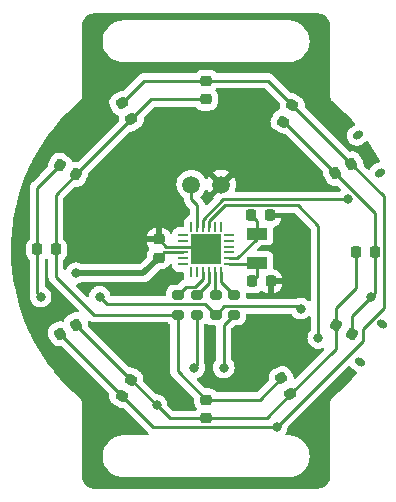
<source format=gbr>
%TF.GenerationSoftware,KiCad,Pcbnew,(6.0.11-0)*%
%TF.CreationDate,2024-05-30T12:39:56+08:00*%
%TF.ProjectId,tinyAVR-wristwatch,74696e79-4156-4522-9d77-726973747761,rev?*%
%TF.SameCoordinates,Original*%
%TF.FileFunction,Copper,L1,Top*%
%TF.FilePolarity,Positive*%
%FSLAX46Y46*%
G04 Gerber Fmt 4.6, Leading zero omitted, Abs format (unit mm)*
G04 Created by KiCad (PCBNEW (6.0.11-0)) date 2024-05-30 12:39:56*
%MOMM*%
%LPD*%
G01*
G04 APERTURE LIST*
G04 Aperture macros list*
%AMRoundRect*
0 Rectangle with rounded corners*
0 $1 Rounding radius*
0 $2 $3 $4 $5 $6 $7 $8 $9 X,Y pos of 4 corners*
0 Add a 4 corners polygon primitive as box body*
4,1,4,$2,$3,$4,$5,$6,$7,$8,$9,$2,$3,0*
0 Add four circle primitives for the rounded corners*
1,1,$1+$1,$2,$3*
1,1,$1+$1,$4,$5*
1,1,$1+$1,$6,$7*
1,1,$1+$1,$8,$9*
0 Add four rect primitives between the rounded corners*
20,1,$1+$1,$2,$3,$4,$5,0*
20,1,$1+$1,$4,$5,$6,$7,0*
20,1,$1+$1,$6,$7,$8,$9,0*
20,1,$1+$1,$8,$9,$2,$3,0*%
%AMHorizOval*
0 Thick line with rounded ends*
0 $1 width*
0 $2 $3 position (X,Y) of the first rounded end (center of the circle)*
0 $4 $5 position (X,Y) of the second rounded end (center of the circle)*
0 Add line between two ends*
20,1,$1,$2,$3,$4,$5,0*
0 Add two circle primitives to create the rounded ends*
1,1,$1,$2,$3*
1,1,$1,$4,$5*%
G04 Aperture macros list end*
%TA.AperFunction,SMDPad,CuDef*%
%ADD10RoundRect,0.218750X-0.317568X-0.112544X0.061318X-0.331294X0.317568X0.112544X-0.061318X0.331294X0*%
%TD*%
%TA.AperFunction,SMDPad,CuDef*%
%ADD11RoundRect,0.218750X0.317568X0.112544X-0.061318X0.331294X-0.317568X-0.112544X0.061318X-0.331294X0*%
%TD*%
%TA.AperFunction,SMDPad,CuDef*%
%ADD12RoundRect,0.200000X-0.275000X0.200000X-0.275000X-0.200000X0.275000X-0.200000X0.275000X0.200000X0*%
%TD*%
%TA.AperFunction,SMDPad,CuDef*%
%ADD13RoundRect,0.218750X-0.112544X0.317568X-0.331294X-0.061318X0.112544X-0.317568X0.331294X0.061318X0*%
%TD*%
%TA.AperFunction,SMDPad,CuDef*%
%ADD14RoundRect,0.218750X0.218750X0.256250X-0.218750X0.256250X-0.218750X-0.256250X0.218750X-0.256250X0*%
%TD*%
%TA.AperFunction,SMDPad,CuDef*%
%ADD15RoundRect,0.218750X0.331294X-0.061318X0.112544X0.317568X-0.331294X0.061318X-0.112544X-0.317568X0*%
%TD*%
%TA.AperFunction,SMDPad,CuDef*%
%ADD16RoundRect,0.218750X-0.331294X0.061318X-0.112544X-0.317568X0.331294X-0.061318X0.112544X0.317568X0*%
%TD*%
%TA.AperFunction,SMDPad,CuDef*%
%ADD17C,1.500000*%
%TD*%
%TA.AperFunction,SMDPad,CuDef*%
%ADD18RoundRect,0.218750X-0.256250X0.218750X-0.256250X-0.218750X0.256250X-0.218750X0.256250X0.218750X0*%
%TD*%
%TA.AperFunction,SMDPad,CuDef*%
%ADD19RoundRect,0.225000X-0.225000X-0.250000X0.225000X-0.250000X0.225000X0.250000X-0.225000X0.250000X0*%
%TD*%
%TA.AperFunction,SMDPad,CuDef*%
%ADD20RoundRect,0.218750X0.256250X-0.218750X0.256250X0.218750X-0.256250X0.218750X-0.256250X-0.218750X0*%
%TD*%
%TA.AperFunction,SMDPad,CuDef*%
%ADD21RoundRect,0.062500X-0.350000X-0.062500X0.350000X-0.062500X0.350000X0.062500X-0.350000X0.062500X0*%
%TD*%
%TA.AperFunction,SMDPad,CuDef*%
%ADD22RoundRect,0.062500X-0.062500X-0.350000X0.062500X-0.350000X0.062500X0.350000X-0.062500X0.350000X0*%
%TD*%
%TA.AperFunction,SMDPad,CuDef*%
%ADD23R,2.600000X2.600000*%
%TD*%
%TA.AperFunction,SMDPad,CuDef*%
%ADD24RoundRect,0.225000X0.250000X-0.225000X0.250000X0.225000X-0.250000X0.225000X-0.250000X-0.225000X0*%
%TD*%
%TA.AperFunction,SMDPad,CuDef*%
%ADD25RoundRect,0.218750X-0.218750X-0.256250X0.218750X-0.256250X0.218750X0.256250X-0.218750X0.256250X0*%
%TD*%
%TA.AperFunction,SMDPad,CuDef*%
%ADD26R,1.800000X1.000000*%
%TD*%
%TA.AperFunction,SMDPad,CuDef*%
%ADD27RoundRect,0.218750X0.112544X-0.317568X0.331294X0.061318X-0.112544X0.317568X-0.331294X-0.061318X0*%
%TD*%
%TA.AperFunction,SMDPad,CuDef*%
%ADD28RoundRect,0.218750X-0.061318X-0.331294X0.317568X-0.112544X0.061318X0.331294X-0.317568X0.112544X0*%
%TD*%
%TA.AperFunction,SMDPad,CuDef*%
%ADD29RoundRect,0.218750X0.061318X0.331294X-0.317568X0.112544X-0.061318X-0.331294X0.317568X-0.112544X0*%
%TD*%
%TA.AperFunction,ComponentPad*%
%ADD30HorizOval,0.650000X-0.129904X-0.075000X0.129904X0.075000X0*%
%TD*%
%TA.AperFunction,ComponentPad*%
%ADD31HorizOval,0.650000X-0.129904X0.075000X0.129904X-0.075000X0*%
%TD*%
%TA.AperFunction,ViaPad*%
%ADD32C,0.800000*%
%TD*%
%TA.AperFunction,Conductor*%
%ADD33C,0.250000*%
%TD*%
%TA.AperFunction,Conductor*%
%ADD34C,0.500000*%
%TD*%
G04 APERTURE END LIST*
D10*
%TO.P,D10,1,K*%
%TO.N,Net-(D1-Pad1)*%
X127628005Y-92854250D03*
%TO.P,D10,2,A*%
%TO.N,Net-(D10-Pad2)*%
X128991995Y-93641750D03*
%TD*%
D11*
%TO.P,D4,1,K*%
%TO.N,Net-(D1-Pad1)*%
X152371995Y-107145750D03*
%TO.P,D4,2,A*%
%TO.N,Net-(D3-Pad1)*%
X151008005Y-106358250D03*
%TD*%
D12*
%TO.P,R3,1*%
%TO.N,PB6*%
X139200000Y-103875000D03*
%TO.P,R3,2*%
%TO.N,Net-(D3-Pad1)*%
X139200000Y-105525000D03*
%TD*%
D13*
%TO.P,D7,1,K*%
%TO.N,Net-(D3-Pad1)*%
X133641750Y-111008005D03*
%TO.P,D7,2,A*%
%TO.N,Net-(D1-Pad2)*%
X132854250Y-112371995D03*
%TD*%
D14*
%TO.P,D9,1,K*%
%TO.N,Net-(D10-Pad2)*%
X127287500Y-100000000D03*
%TO.P,D9,2,A*%
%TO.N,Net-(D1-Pad1)*%
X125712500Y-100000000D03*
%TD*%
D15*
%TO.P,D11,1,K*%
%TO.N,Net-(D10-Pad2)*%
X133652750Y-88984995D03*
%TO.P,D11,2,A*%
%TO.N,Net-(D1-Pad2)*%
X132865250Y-87621005D03*
%TD*%
D16*
%TO.P,D5,1,K*%
%TO.N,Net-(D10-Pad2)*%
X146358250Y-110908005D03*
%TO.P,D5,2,A*%
%TO.N,Net-(D3-Pad1)*%
X147145750Y-112271995D03*
%TD*%
D17*
%TO.P,TP2,1,1*%
%TO.N,GND*%
X141300000Y-94500000D03*
%TD*%
D12*
%TO.P,R4,1*%
%TO.N,PB7*%
X137600000Y-103875000D03*
%TO.P,R4,2*%
%TO.N,Net-(D10-Pad2)*%
X137600000Y-105525000D03*
%TD*%
%TO.P,R2,1*%
%TO.N,PB5*%
X140800000Y-103875000D03*
%TO.P,R2,2*%
%TO.N,Net-(D1-Pad1)*%
X140800000Y-105525000D03*
%TD*%
D18*
%TO.P,D12,1,K*%
%TO.N,Net-(D1-Pad2)*%
X140000000Y-85712500D03*
%TO.P,D12,2,A*%
%TO.N,Net-(D10-Pad2)*%
X140000000Y-87287500D03*
%TD*%
D19*
%TO.P,C2,1*%
%TO.N,Net-(C2-Pad1)*%
X143825000Y-97100000D03*
%TO.P,C2,2*%
%TO.N,GND*%
X145375000Y-97100000D03*
%TD*%
D20*
%TO.P,D6,1,K*%
%TO.N,Net-(D3-Pad1)*%
X140000000Y-114287500D03*
%TO.P,D6,2,A*%
%TO.N,Net-(D10-Pad2)*%
X140000000Y-112712500D03*
%TD*%
D21*
%TO.P,U1,1,PA2*%
%TO.N,unconnected-(U1-Pad1)*%
X138062500Y-98750000D03*
%TO.P,U1,2,PA3*%
%TO.N,unconnected-(U1-Pad2)*%
X138062500Y-99250000D03*
%TO.P,U1,3,GND*%
%TO.N,GND*%
X138062500Y-99750000D03*
%TO.P,U1,4,VCC*%
%TO.N,VCC*%
X138062500Y-100250000D03*
%TO.P,U1,5,PA4*%
%TO.N,unconnected-(U1-Pad5)*%
X138062500Y-100750000D03*
%TO.P,U1,6,PA5*%
%TO.N,unconnected-(U1-Pad6)*%
X138062500Y-101250000D03*
D22*
%TO.P,U1,7,PA6*%
%TO.N,unconnected-(U1-Pad7)*%
X138750000Y-101937500D03*
%TO.P,U1,8,PA7*%
%TO.N,unconnected-(U1-Pad8)*%
X139250000Y-101937500D03*
%TO.P,U1,9,PB7*%
%TO.N,PB7*%
X139750000Y-101937500D03*
%TO.P,U1,10,PB6*%
%TO.N,PB6*%
X140250000Y-101937500D03*
%TO.P,U1,11,PB5*%
%TO.N,PB5*%
X140750000Y-101937500D03*
%TO.P,U1,12,PB4*%
%TO.N,PB4*%
X141250000Y-101937500D03*
D21*
%TO.P,U1,13,PB3*%
%TO.N,Net-(C1-Pad1)*%
X141937500Y-101250000D03*
%TO.P,U1,14,PB2*%
%TO.N,Net-(C2-Pad1)*%
X141937500Y-100750000D03*
%TO.P,U1,15,PB1*%
%TO.N,unconnected-(U1-Pad15)*%
X141937500Y-100250000D03*
%TO.P,U1,16,PB0*%
%TO.N,unconnected-(U1-Pad16)*%
X141937500Y-99750000D03*
%TO.P,U1,17,PC0*%
%TO.N,unconnected-(U1-Pad17)*%
X141937500Y-99250000D03*
%TO.P,U1,18,PC1*%
%TO.N,unconnected-(U1-Pad18)*%
X141937500Y-98750000D03*
D22*
%TO.P,U1,19,PC2*%
%TO.N,unconnected-(U1-Pad19)*%
X141250000Y-98062500D03*
%TO.P,U1,20,PC3*%
%TO.N,unconnected-(U1-Pad20)*%
X140750000Y-98062500D03*
%TO.P,U1,21,PC4*%
%TO.N,Net-(SW2-Pad2)*%
X140250000Y-98062500D03*
%TO.P,U1,22,PC5*%
%TO.N,Net-(SW1-Pad2)*%
X139750000Y-98062500D03*
%TO.P,U1,23,~{RESET}/PA0*%
%TO.N,Net-(TP1-Pad1)*%
X139250000Y-98062500D03*
%TO.P,U1,24,PA1*%
%TO.N,unconnected-(U1-Pad24)*%
X138750000Y-98062500D03*
D23*
%TO.P,U1,25,GND*%
%TO.N,GND*%
X140000000Y-100000000D03*
%TD*%
D24*
%TO.P,C3,1*%
%TO.N,VCC*%
X136000000Y-100700000D03*
%TO.P,C3,2*%
%TO.N,GND*%
X136000000Y-99150000D03*
%TD*%
D12*
%TO.P,R1,1*%
%TO.N,PB4*%
X142400000Y-103875000D03*
%TO.P,R1,2*%
%TO.N,Net-(D1-Pad2)*%
X142400000Y-105525000D03*
%TD*%
D25*
%TO.P,D3,1,K*%
%TO.N,Net-(D3-Pad1)*%
X152712500Y-100250000D03*
%TO.P,D3,2,A*%
%TO.N,Net-(D1-Pad1)*%
X154287500Y-100250000D03*
%TD*%
D19*
%TO.P,C1,1*%
%TO.N,Net-(C1-Pad1)*%
X143925000Y-102700000D03*
%TO.P,C1,2*%
%TO.N,GND*%
X145475000Y-102700000D03*
%TD*%
D26*
%TO.P,Y1,1,1*%
%TO.N,Net-(C1-Pad1)*%
X144300000Y-101150000D03*
%TO.P,Y1,2,2*%
%TO.N,Net-(C2-Pad1)*%
X144300000Y-98650000D03*
%TD*%
D27*
%TO.P,D1,1,K*%
%TO.N,Net-(D1-Pad1)*%
X146512500Y-89163990D03*
%TO.P,D1,2,A*%
%TO.N,Net-(D1-Pad2)*%
X147300000Y-87800000D03*
%TD*%
D17*
%TO.P,TP1,1,1*%
%TO.N,Net-(TP1-Pad1)*%
X138760000Y-94500000D03*
%TD*%
D28*
%TO.P,D8,1,K*%
%TO.N,Net-(D1-Pad2)*%
X127628005Y-107145750D03*
%TO.P,D8,2,A*%
%TO.N,Net-(D3-Pad1)*%
X128991995Y-106358250D03*
%TD*%
D29*
%TO.P,D2,1,K*%
%TO.N,Net-(D1-Pad2)*%
X152309995Y-92748250D03*
%TO.P,D2,2,A*%
%TO.N,Net-(D1-Pad1)*%
X150946005Y-93535750D03*
%TD*%
D30*
%TO.P,SW1,3*%
%TO.N,N/C*%
X152875000Y-90297853D03*
X154725000Y-93502147D03*
%TD*%
D31*
%TO.P,SW2,3*%
%TO.N,N/C*%
X154880885Y-106297853D03*
X153030885Y-109502147D03*
%TD*%
D32*
%TO.N,GND*%
X147300000Y-100000000D03*
X140000000Y-100000000D03*
X145000000Y-94500000D03*
X135000000Y-94500000D03*
X133000000Y-108000000D03*
X149000000Y-114000000D03*
X148500000Y-86000000D03*
X131000000Y-86000000D03*
X147000000Y-108000000D03*
X131000000Y-114000000D03*
X135000000Y-103500000D03*
%TO.N,VCC*%
X129000000Y-102000000D03*
%TO.N,Net-(D1-Pad2)*%
X146000000Y-115000000D03*
X141500000Y-110000000D03*
%TO.N,Net-(D3-Pad1)*%
X139000000Y-110000000D03*
X135816872Y-113183128D03*
%TO.N,Net-(D1-Pad1)*%
X154000000Y-104000000D03*
X126000000Y-104000000D03*
X131000000Y-104000000D03*
X148000000Y-105000000D03*
%TO.N,Net-(SW1-Pad2)*%
X152000000Y-95750000D03*
%TO.N,Net-(SW2-Pad2)*%
X149500000Y-107500000D03*
%TD*%
D33*
%TO.N,GND*%
X136600000Y-99750000D02*
X136000000Y-99150000D01*
X139750000Y-99750000D02*
X140000000Y-100000000D01*
X138062500Y-99750000D02*
X139750000Y-99750000D01*
X138062500Y-99750000D02*
X136600000Y-99750000D01*
D34*
%TO.N,VCC*%
X129000000Y-102000000D02*
X134700000Y-102000000D01*
X134700000Y-102000000D02*
X136000000Y-100700000D01*
D33*
X136450000Y-100250000D02*
X136000000Y-100700000D01*
X138062500Y-100250000D02*
X136450000Y-100250000D01*
%TO.N,Net-(C1-Pad1)*%
X144300000Y-102325000D02*
X143925000Y-102700000D01*
X144300000Y-101150000D02*
X144300000Y-102325000D01*
X141937500Y-101250000D02*
X144200000Y-101250000D01*
X144200000Y-101250000D02*
X144300000Y-101150000D01*
%TO.N,Net-(C2-Pad1)*%
X141937500Y-100750000D02*
X142650000Y-100750000D01*
X142650000Y-100750000D02*
X144300000Y-99100000D01*
X144300000Y-97575000D02*
X143825000Y-97100000D01*
X144300000Y-99100000D02*
X144300000Y-98650000D01*
X144300000Y-98650000D02*
X144300000Y-97575000D01*
%TO.N,Net-(D1-Pad2)*%
X134773755Y-85712500D02*
X132865250Y-87621005D01*
X153273079Y-107726921D02*
X146000000Y-115000000D01*
X145212500Y-85712500D02*
X147300000Y-87800000D01*
X147300000Y-87800000D02*
X152248250Y-92748250D01*
X155050000Y-104950000D02*
X153273079Y-106726921D01*
X152248250Y-92748250D02*
X152309995Y-92748250D01*
X145950000Y-115050000D02*
X135532255Y-115050000D01*
X132854250Y-112371995D02*
X127628005Y-107145750D01*
X141500000Y-106425000D02*
X141500000Y-110000000D01*
X153273079Y-106726921D02*
X153273079Y-107726921D01*
X152309995Y-92748250D02*
X155050000Y-95488255D01*
X155050000Y-95488255D02*
X155050000Y-104950000D01*
X140000000Y-85712500D02*
X134773755Y-85712500D01*
X142400000Y-105525000D02*
X141500000Y-106425000D01*
X135532255Y-115050000D02*
X132854250Y-112371995D01*
X140000000Y-85712500D02*
X145212500Y-85712500D01*
X146000000Y-115000000D02*
X145950000Y-115050000D01*
%TO.N,Net-(D3-Pad1)*%
X139200000Y-109800000D02*
X139000000Y-110000000D01*
X151008005Y-106358250D02*
X151008005Y-108409740D01*
X140000000Y-114287500D02*
X136921245Y-114287500D01*
X151008005Y-108409740D02*
X147145750Y-112271995D01*
X139200000Y-105525000D02*
X139200000Y-109800000D01*
X145130245Y-114287500D02*
X147145750Y-112271995D01*
X151008005Y-106358250D02*
X151008005Y-104991995D01*
X140000000Y-114287500D02*
X145130245Y-114287500D01*
X135816872Y-113183128D02*
X133641750Y-111008005D01*
X152712500Y-103287500D02*
X152712500Y-100250000D01*
X151008005Y-104991995D02*
X152712500Y-103287500D01*
X133641750Y-111008005D02*
X128991995Y-106358250D01*
X136921245Y-114287500D02*
X135816872Y-113183128D01*
%TO.N,Net-(D1-Pad1)*%
X125712500Y-100000000D02*
X125712500Y-94769755D01*
X146512500Y-89163990D02*
X146574245Y-89163990D01*
X154287500Y-96877245D02*
X154287500Y-100250000D01*
X131600000Y-104600000D02*
X131000000Y-104000000D01*
X150946005Y-93535750D02*
X154287500Y-96877245D01*
X139875000Y-104600000D02*
X131600000Y-104600000D01*
X152371995Y-105628005D02*
X154287500Y-103712500D01*
X125712500Y-94769755D02*
X127628005Y-92854250D01*
X146574245Y-89163990D02*
X150946005Y-93535750D01*
X154287500Y-103712500D02*
X154287500Y-100250000D01*
X125712500Y-103712500D02*
X126000000Y-104000000D01*
X140800000Y-105525000D02*
X139875000Y-104600000D01*
X125712500Y-100000000D02*
X125712500Y-103712500D01*
X147800000Y-104800000D02*
X148000000Y-105000000D01*
X152371995Y-107145750D02*
X152371995Y-105628005D01*
X140800000Y-105525000D02*
X141525000Y-104800000D01*
X141525000Y-104800000D02*
X147800000Y-104800000D01*
%TO.N,PB4*%
X141250000Y-102725000D02*
X142400000Y-103875000D01*
X141250000Y-101937500D02*
X141250000Y-102725000D01*
%TO.N,PB5*%
X140750000Y-103825000D02*
X140800000Y-103875000D01*
X140750000Y-101937500D02*
X140750000Y-103825000D01*
%TO.N,PB6*%
X140250000Y-102825000D02*
X139200000Y-103875000D01*
X140250000Y-101937500D02*
X140250000Y-102825000D01*
%TO.N,PB7*%
X139750000Y-101937500D02*
X139750000Y-102500000D01*
X139100000Y-103150000D02*
X138325000Y-103150000D01*
X138325000Y-103150000D02*
X137600000Y-103875000D01*
X139750000Y-102500000D02*
X139100000Y-103150000D01*
%TO.N,Net-(SW1-Pad2)*%
X152000000Y-95750000D02*
X141465596Y-95750000D01*
X139750000Y-97465596D02*
X139750000Y-98062500D01*
X141465596Y-95750000D02*
X139750000Y-97465596D01*
%TO.N,Net-(SW2-Pad2)*%
X140250000Y-97601992D02*
X141601992Y-96250000D01*
X147750000Y-96250000D02*
X149500000Y-98000000D01*
X140250000Y-98062500D02*
X140250000Y-97601992D01*
X141601992Y-96250000D02*
X146250000Y-96250000D01*
X149500000Y-98000000D02*
X149500000Y-107500000D01*
X146250000Y-96250000D02*
X147750000Y-96250000D01*
%TO.N,Net-(D10-Pad2)*%
X127287500Y-100000000D02*
X127287500Y-95346245D01*
X140000000Y-112712500D02*
X144553755Y-112712500D01*
X127287500Y-100000000D02*
X127287500Y-102287500D01*
X127287500Y-95346245D02*
X128991995Y-93641750D01*
X144553755Y-112712500D02*
X146358250Y-110908005D01*
X127287500Y-102287500D02*
X130525000Y-105525000D01*
X135350245Y-87287500D02*
X140000000Y-87287500D01*
X130525000Y-105525000D02*
X137600000Y-105525000D01*
X137600000Y-105525000D02*
X137600000Y-110312500D01*
X133652750Y-88984995D02*
X135350245Y-87287500D01*
X128991995Y-93641750D02*
X128995995Y-93641750D01*
X128995995Y-93641750D02*
X133652750Y-88984995D01*
X137600000Y-110312500D02*
X140000000Y-112712500D01*
%TO.N,Net-(TP1-Pad1)*%
X139250000Y-96250000D02*
X138760000Y-95760000D01*
X138760000Y-95760000D02*
X138760000Y-94500000D01*
X139250000Y-96250000D02*
X139250000Y-98062500D01*
%TD*%
%TA.AperFunction,Conductor*%
%TO.N,GND*%
G36*
X149470018Y-80010000D02*
G01*
X149484851Y-80012310D01*
X149484855Y-80012310D01*
X149493724Y-80013691D01*
X149506397Y-80012034D01*
X149533707Y-80011449D01*
X149661194Y-80022603D01*
X149682817Y-80026415D01*
X149828466Y-80065442D01*
X149849104Y-80072954D01*
X149985760Y-80136678D01*
X150004780Y-80147660D01*
X150128297Y-80234147D01*
X150145122Y-80248265D01*
X150251735Y-80354878D01*
X150265853Y-80371703D01*
X150352340Y-80495220D01*
X150363322Y-80514240D01*
X150427046Y-80650896D01*
X150434557Y-80671534D01*
X150473583Y-80817178D01*
X150477398Y-80838809D01*
X150487947Y-80959393D01*
X150487393Y-80975871D01*
X150487800Y-80975876D01*
X150487690Y-80984853D01*
X150486309Y-80993724D01*
X150487473Y-81002626D01*
X150487473Y-81002628D01*
X150490436Y-81025283D01*
X150491500Y-81041621D01*
X150491500Y-86955415D01*
X150490278Y-86972921D01*
X150486273Y-87001467D01*
X150487570Y-87010343D01*
X150487570Y-87010345D01*
X150496692Y-87072769D01*
X150496743Y-87073125D01*
X150505645Y-87135283D01*
X150506920Y-87144187D01*
X150507227Y-87144862D01*
X150507334Y-87145594D01*
X150537352Y-87211117D01*
X150567208Y-87276782D01*
X150567691Y-87277343D01*
X150568000Y-87278017D01*
X150615329Y-87332630D01*
X150662287Y-87387127D01*
X150662907Y-87387529D01*
X150663394Y-87388091D01*
X150670766Y-87392840D01*
X150670769Y-87392842D01*
X150684460Y-87401660D01*
X150699915Y-87413393D01*
X151265155Y-87915567D01*
X151269601Y-87919713D01*
X151428158Y-88074893D01*
X151805041Y-88443748D01*
X151834910Y-88472981D01*
X151839151Y-88477337D01*
X152377136Y-89057252D01*
X152381159Y-89061802D01*
X152600798Y-89322749D01*
X152629361Y-89387743D01*
X152618250Y-89457865D01*
X152567399Y-89513004D01*
X152289164Y-89673643D01*
X152179751Y-89753720D01*
X152175238Y-89758839D01*
X152175237Y-89758840D01*
X152111652Y-89830964D01*
X152059990Y-89889563D01*
X152056685Y-89895526D01*
X151980202Y-90033503D01*
X151972192Y-90047953D01*
X151970244Y-90054488D01*
X151970243Y-90054490D01*
X151922404Y-90214963D01*
X151922403Y-90214969D01*
X151920455Y-90221503D01*
X151919956Y-90228304D01*
X151919955Y-90228307D01*
X151914635Y-90300758D01*
X151907191Y-90402113D01*
X151933021Y-90581358D01*
X151996738Y-90750875D01*
X152095371Y-90902756D01*
X152224316Y-91029913D01*
X152230086Y-91033547D01*
X152230089Y-91033549D01*
X152325995Y-91093944D01*
X152377558Y-91126416D01*
X152383977Y-91128727D01*
X152383979Y-91128728D01*
X152462753Y-91157088D01*
X152547949Y-91187760D01*
X152554713Y-91188638D01*
X152554715Y-91188639D01*
X152696851Y-91207099D01*
X152727537Y-91211084D01*
X152734326Y-91210490D01*
X152734327Y-91210490D01*
X152901147Y-91195895D01*
X152901149Y-91195895D01*
X152907945Y-91195300D01*
X153080754Y-91141145D01*
X153085711Y-91138641D01*
X153460836Y-90922064D01*
X153463577Y-90920058D01*
X153463583Y-90920054D01*
X153564747Y-90846012D01*
X153570248Y-90841986D01*
X153572633Y-90839281D01*
X153635318Y-90808657D01*
X153705831Y-90816928D01*
X153760257Y-90861392D01*
X153826193Y-90957120D01*
X153829509Y-90962193D01*
X153983421Y-91210490D01*
X154246270Y-91634532D01*
X154249347Y-91639775D01*
X154627811Y-92321733D01*
X154633179Y-92331406D01*
X154636000Y-92336791D01*
X154692877Y-92452054D01*
X154705084Y-92521993D01*
X154677541Y-92587429D01*
X154617564Y-92628044D01*
X154519245Y-92658855D01*
X154514288Y-92661359D01*
X154139164Y-92877937D01*
X154029751Y-92958014D01*
X153909990Y-93093857D01*
X153906685Y-93099820D01*
X153863208Y-93178253D01*
X153812688Y-93228135D01*
X153743219Y-93242785D01*
X153676858Y-93217553D01*
X153663911Y-93206261D01*
X153392529Y-92934879D01*
X153358503Y-92872567D01*
X153355676Y-92842159D01*
X153356978Y-92796979D01*
X153328953Y-92661055D01*
X153324123Y-92637628D01*
X153324122Y-92637625D01*
X153322733Y-92630888D01*
X153281541Y-92539017D01*
X152976969Y-92011483D01*
X152917152Y-91928920D01*
X152911997Y-91924351D01*
X152911995Y-91924349D01*
X152795717Y-91821295D01*
X152790239Y-91816440D01*
X152640854Y-91736173D01*
X152528948Y-91706292D01*
X152484082Y-91694312D01*
X152484081Y-91694312D01*
X152477011Y-91692424D01*
X152469698Y-91692213D01*
X152469696Y-91692213D01*
X152399391Y-91690188D01*
X152307498Y-91687541D01*
X152188259Y-91712126D01*
X152117505Y-91706292D01*
X152073722Y-91677817D01*
X148380967Y-87985062D01*
X148346941Y-87922750D01*
X148346613Y-87870740D01*
X148359353Y-87808397D01*
X148360819Y-87801224D01*
X148357031Y-87677250D01*
X148355864Y-87639035D01*
X148355863Y-87639031D01*
X148355640Y-87631720D01*
X148353431Y-87623502D01*
X148313507Y-87475023D01*
X148311606Y-87467953D01*
X148268211Y-87387529D01*
X148234554Y-87325150D01*
X148234551Y-87325146D01*
X148231078Y-87318709D01*
X148135385Y-87211117D01*
X148122947Y-87197132D01*
X148122945Y-87197130D01*
X148118376Y-87191993D01*
X148036767Y-87133026D01*
X147932399Y-87072769D01*
X147512065Y-86830089D01*
X147512064Y-86830089D01*
X147509233Y-86828454D01*
X147416148Y-86786861D01*
X147249998Y-86752907D01*
X147206244Y-86754244D01*
X147137546Y-86736332D01*
X147113302Y-86717398D01*
X145716152Y-85320247D01*
X145708612Y-85311961D01*
X145704500Y-85305482D01*
X145654848Y-85258856D01*
X145652007Y-85256102D01*
X145632270Y-85236365D01*
X145629073Y-85233885D01*
X145620051Y-85226180D01*
X145615897Y-85222279D01*
X145587821Y-85195914D01*
X145580875Y-85192095D01*
X145580872Y-85192093D01*
X145570066Y-85186152D01*
X145553547Y-85175301D01*
X145553083Y-85174941D01*
X145537541Y-85162886D01*
X145530272Y-85159741D01*
X145530268Y-85159738D01*
X145496963Y-85145326D01*
X145486313Y-85140109D01*
X145447560Y-85118805D01*
X145427937Y-85113767D01*
X145409234Y-85107363D01*
X145397920Y-85102467D01*
X145397919Y-85102467D01*
X145390645Y-85099319D01*
X145382822Y-85098080D01*
X145382812Y-85098077D01*
X145346976Y-85092401D01*
X145335356Y-85089995D01*
X145300211Y-85080972D01*
X145300210Y-85080972D01*
X145292530Y-85079000D01*
X145272276Y-85079000D01*
X145252565Y-85077449D01*
X145240386Y-85075520D01*
X145232557Y-85074280D01*
X145203286Y-85077047D01*
X145188539Y-85078441D01*
X145176681Y-85079000D01*
X140921647Y-85079000D01*
X140853526Y-85058998D01*
X140830694Y-85038320D01*
X140830071Y-85038945D01*
X140715233Y-84924307D01*
X140710053Y-84919136D01*
X140565692Y-84830151D01*
X140558743Y-84827846D01*
X140411262Y-84778928D01*
X140411260Y-84778928D01*
X140404731Y-84776762D01*
X140304572Y-84766500D01*
X139695428Y-84766500D01*
X139692182Y-84766837D01*
X139692178Y-84766837D01*
X139658397Y-84770342D01*
X139594018Y-84777022D01*
X139433151Y-84830692D01*
X139288945Y-84919929D01*
X139169136Y-85039947D01*
X139167304Y-85038118D01*
X139119277Y-85072160D01*
X139078327Y-85079000D01*
X134852523Y-85079000D01*
X134841340Y-85078473D01*
X134833847Y-85076798D01*
X134825921Y-85077047D01*
X134825920Y-85077047D01*
X134765757Y-85078938D01*
X134761799Y-85079000D01*
X134733899Y-85079000D01*
X134729909Y-85079504D01*
X134718075Y-85080436D01*
X134673866Y-85081826D01*
X134666250Y-85084039D01*
X134666248Y-85084039D01*
X134654407Y-85087479D01*
X134635048Y-85091488D01*
X134633738Y-85091654D01*
X134614958Y-85094026D01*
X134607592Y-85096942D01*
X134607586Y-85096944D01*
X134573853Y-85110300D01*
X134562623Y-85114145D01*
X134546583Y-85118805D01*
X134520162Y-85126481D01*
X134513339Y-85130516D01*
X134502721Y-85136795D01*
X134484968Y-85145492D01*
X134477323Y-85148519D01*
X134466138Y-85152948D01*
X134452460Y-85162886D01*
X134430367Y-85178937D01*
X134420450Y-85185451D01*
X134382393Y-85207958D01*
X134368072Y-85222279D01*
X134353039Y-85235119D01*
X134336648Y-85247028D01*
X134327972Y-85257516D01*
X134308457Y-85281105D01*
X134300467Y-85289884D01*
X133051880Y-86538471D01*
X132989568Y-86572497D01*
X132959159Y-86575324D01*
X132913979Y-86574022D01*
X132906810Y-86575500D01*
X132906811Y-86575500D01*
X132754628Y-86606877D01*
X132754625Y-86606878D01*
X132747888Y-86608267D01*
X132741611Y-86611081D01*
X132741609Y-86611082D01*
X132721352Y-86620165D01*
X132656017Y-86649459D01*
X132128483Y-86954031D01*
X132125853Y-86955936D01*
X132125849Y-86955939D01*
X132063009Y-87001467D01*
X132045920Y-87013848D01*
X132041351Y-87019003D01*
X132041349Y-87019005D01*
X131993384Y-87073125D01*
X131933440Y-87140761D01*
X131853173Y-87290146D01*
X131851285Y-87297217D01*
X131823868Y-87399897D01*
X131809424Y-87453989D01*
X131809213Y-87461302D01*
X131809213Y-87461304D01*
X131808561Y-87483945D01*
X131804541Y-87623502D01*
X131838786Y-87789593D01*
X131879978Y-87881464D01*
X132147050Y-88344046D01*
X132148955Y-88346676D01*
X132148958Y-88346680D01*
X132202824Y-88421029D01*
X132206867Y-88426609D01*
X132212022Y-88431178D01*
X132212024Y-88431180D01*
X132223047Y-88440949D01*
X132333780Y-88539089D01*
X132483165Y-88619356D01*
X132517127Y-88628424D01*
X132577780Y-88665324D01*
X132608856Y-88729158D01*
X132606354Y-88782662D01*
X132596924Y-88817979D01*
X132592041Y-88987492D01*
X132593519Y-88994659D01*
X132593519Y-88994662D01*
X132606071Y-89055541D01*
X132600237Y-89126297D01*
X132571762Y-89170079D01*
X129180378Y-92561462D01*
X129118066Y-92595488D01*
X129066055Y-92595815D01*
X129000399Y-92582397D01*
X129000388Y-92582396D01*
X128993219Y-92580931D01*
X128922474Y-92583093D01*
X128831030Y-92585886D01*
X128831026Y-92585887D01*
X128823715Y-92586110D01*
X128816651Y-92588009D01*
X128816647Y-92588010D01*
X128789771Y-92595237D01*
X128718793Y-92593610D01*
X128659963Y-92553867D01*
X128635376Y-92506275D01*
X128627787Y-92478048D01*
X128627785Y-92478042D01*
X128625885Y-92470977D01*
X128552013Y-92334068D01*
X128548833Y-92328174D01*
X128548830Y-92328170D01*
X128545357Y-92321733D01*
X128432655Y-92195017D01*
X128351046Y-92136050D01*
X127888464Y-91868978D01*
X127795379Y-91827385D01*
X127629229Y-91793431D01*
X127558484Y-91795593D01*
X127467040Y-91798386D01*
X127467036Y-91798387D01*
X127459725Y-91798610D01*
X127452661Y-91800509D01*
X127452657Y-91800510D01*
X127303028Y-91840743D01*
X127295958Y-91842644D01*
X127249627Y-91867643D01*
X127153155Y-91919696D01*
X127153151Y-91919699D01*
X127146714Y-91923172D01*
X127019998Y-92035874D01*
X126961031Y-92117483D01*
X126959415Y-92120282D01*
X126685200Y-92595237D01*
X126656459Y-92645017D01*
X126614866Y-92738102D01*
X126580912Y-92904252D01*
X126581136Y-92911572D01*
X126582249Y-92948005D01*
X126564337Y-93016704D01*
X126545403Y-93040948D01*
X125926959Y-93659391D01*
X125320247Y-94266103D01*
X125311961Y-94273643D01*
X125305482Y-94277755D01*
X125300057Y-94283532D01*
X125258857Y-94327406D01*
X125256102Y-94330248D01*
X125236365Y-94349985D01*
X125233885Y-94353182D01*
X125226182Y-94362202D01*
X125195914Y-94394434D01*
X125192095Y-94401380D01*
X125192093Y-94401383D01*
X125186152Y-94412189D01*
X125175301Y-94428708D01*
X125162886Y-94444714D01*
X125159741Y-94451983D01*
X125159738Y-94451987D01*
X125145326Y-94485292D01*
X125140109Y-94495942D01*
X125118805Y-94534695D01*
X125114949Y-94549715D01*
X125113767Y-94554317D01*
X125107363Y-94573021D01*
X125099319Y-94591610D01*
X125098080Y-94599433D01*
X125098077Y-94599443D01*
X125092401Y-94635279D01*
X125089995Y-94646899D01*
X125082833Y-94674794D01*
X125079000Y-94689725D01*
X125079000Y-94709979D01*
X125077449Y-94729689D01*
X125074280Y-94749698D01*
X125075026Y-94757590D01*
X125078441Y-94793716D01*
X125079000Y-94805574D01*
X125079000Y-99078353D01*
X125058998Y-99146474D01*
X125038320Y-99169306D01*
X125038945Y-99169929D01*
X124919136Y-99289947D01*
X124830151Y-99434308D01*
X124827846Y-99441256D01*
X124827846Y-99441257D01*
X124795112Y-99539947D01*
X124776762Y-99595269D01*
X124766500Y-99695428D01*
X124766500Y-100304572D01*
X124766837Y-100307818D01*
X124766837Y-100307822D01*
X124768645Y-100325243D01*
X124777022Y-100405982D01*
X124830692Y-100566849D01*
X124919929Y-100711055D01*
X124925107Y-100716224D01*
X125039947Y-100830864D01*
X125038118Y-100832696D01*
X125072160Y-100880723D01*
X125079000Y-100921673D01*
X125079000Y-103633733D01*
X125078473Y-103644916D01*
X125076798Y-103652409D01*
X125077047Y-103660335D01*
X125077047Y-103660336D01*
X125078938Y-103720486D01*
X125079000Y-103724445D01*
X125079000Y-103752356D01*
X125079497Y-103756290D01*
X125079497Y-103756291D01*
X125079505Y-103756356D01*
X125080438Y-103768193D01*
X125081827Y-103812389D01*
X125087478Y-103831839D01*
X125091487Y-103851200D01*
X125094026Y-103871298D01*
X125093548Y-103871358D01*
X125096210Y-103907578D01*
X125086496Y-104000000D01*
X125087186Y-104006565D01*
X125103996Y-104166500D01*
X125106458Y-104189928D01*
X125165473Y-104371556D01*
X125260960Y-104536944D01*
X125265378Y-104541851D01*
X125265379Y-104541852D01*
X125372385Y-104660694D01*
X125388747Y-104678866D01*
X125436488Y-104713552D01*
X125523207Y-104776557D01*
X125543248Y-104791118D01*
X125549276Y-104793802D01*
X125549278Y-104793803D01*
X125705561Y-104863384D01*
X125717712Y-104868794D01*
X125811112Y-104888647D01*
X125898056Y-104907128D01*
X125898061Y-104907128D01*
X125904513Y-104908500D01*
X126095487Y-104908500D01*
X126101939Y-104907128D01*
X126101944Y-104907128D01*
X126188888Y-104888647D01*
X126282288Y-104868794D01*
X126294439Y-104863384D01*
X126450722Y-104793803D01*
X126450724Y-104793802D01*
X126456752Y-104791118D01*
X126476794Y-104776557D01*
X126563512Y-104713552D01*
X126611253Y-104678866D01*
X126627615Y-104660694D01*
X126734621Y-104541852D01*
X126734622Y-104541851D01*
X126739040Y-104536944D01*
X126834527Y-104371556D01*
X126893542Y-104189928D01*
X126896005Y-104166500D01*
X126912814Y-104006565D01*
X126913504Y-104000000D01*
X126903900Y-103908620D01*
X126894232Y-103816635D01*
X126894232Y-103816633D01*
X126893542Y-103810072D01*
X126834527Y-103628444D01*
X126830317Y-103621151D01*
X126771598Y-103519448D01*
X126739040Y-103463056D01*
X126611253Y-103321134D01*
X126487441Y-103231179D01*
X126462094Y-103212763D01*
X126462093Y-103212762D01*
X126456752Y-103208882D01*
X126450715Y-103206194D01*
X126420750Y-103192852D01*
X126366655Y-103146872D01*
X126346000Y-103077746D01*
X126346000Y-100921647D01*
X126366002Y-100853526D01*
X126386679Y-100830695D01*
X126386054Y-100830072D01*
X126399254Y-100816849D01*
X126410887Y-100805195D01*
X126473168Y-100771116D01*
X126543988Y-100776118D01*
X126589078Y-100805040D01*
X126614947Y-100830864D01*
X126613118Y-100832696D01*
X126647160Y-100880723D01*
X126654000Y-100921673D01*
X126654000Y-102208733D01*
X126653473Y-102219916D01*
X126651798Y-102227409D01*
X126652047Y-102235335D01*
X126652047Y-102235336D01*
X126653938Y-102295486D01*
X126654000Y-102299445D01*
X126654000Y-102327356D01*
X126654497Y-102331290D01*
X126654497Y-102331291D01*
X126654505Y-102331356D01*
X126655438Y-102343193D01*
X126656827Y-102387389D01*
X126662478Y-102406839D01*
X126666487Y-102426200D01*
X126669026Y-102446297D01*
X126671945Y-102453668D01*
X126671945Y-102453670D01*
X126685304Y-102487412D01*
X126689149Y-102498642D01*
X126699271Y-102533483D01*
X126701482Y-102541093D01*
X126705515Y-102547912D01*
X126705517Y-102547917D01*
X126711793Y-102558528D01*
X126720488Y-102576276D01*
X126727948Y-102595117D01*
X126732610Y-102601533D01*
X126732610Y-102601534D01*
X126753936Y-102630887D01*
X126760452Y-102640807D01*
X126782958Y-102678862D01*
X126797279Y-102693183D01*
X126810119Y-102708216D01*
X126822028Y-102724607D01*
X126844481Y-102743182D01*
X126856105Y-102752798D01*
X126864884Y-102760788D01*
X129189690Y-105085594D01*
X129223716Y-105147906D01*
X129218651Y-105218721D01*
X129176104Y-105275557D01*
X129109584Y-105300368D01*
X129096972Y-105300637D01*
X128989498Y-105297541D01*
X128982329Y-105299019D01*
X128982330Y-105299019D01*
X128830147Y-105330396D01*
X128830144Y-105330397D01*
X128823407Y-105331786D01*
X128817130Y-105334600D01*
X128817128Y-105334601D01*
X128787740Y-105347778D01*
X128731536Y-105372978D01*
X128268954Y-105640050D01*
X128266324Y-105641955D01*
X128266320Y-105641958D01*
X128192889Y-105695159D01*
X128186391Y-105699867D01*
X128073911Y-105826780D01*
X127993644Y-105976165D01*
X127991757Y-105983233D01*
X127984576Y-106010126D01*
X127947676Y-106070780D01*
X127883842Y-106101856D01*
X127830338Y-106099354D01*
X127795021Y-106089924D01*
X127787708Y-106089713D01*
X127787706Y-106089713D01*
X127717401Y-106087688D01*
X127625508Y-106085041D01*
X127586957Y-106092990D01*
X127466157Y-106117896D01*
X127466154Y-106117897D01*
X127459417Y-106119286D01*
X127453140Y-106122100D01*
X127453138Y-106122101D01*
X127431375Y-106131859D01*
X127367546Y-106160478D01*
X126904964Y-106427550D01*
X126902334Y-106429455D01*
X126902330Y-106429458D01*
X126867248Y-106454875D01*
X126822401Y-106487367D01*
X126817832Y-106492522D01*
X126817830Y-106492524D01*
X126804862Y-106507156D01*
X126709921Y-106614280D01*
X126629654Y-106763665D01*
X126585905Y-106927508D01*
X126585694Y-106934821D01*
X126585694Y-106934823D01*
X126585187Y-106952420D01*
X126581022Y-107097021D01*
X126615267Y-107263112D01*
X126656459Y-107354983D01*
X126961031Y-107882517D01*
X126962936Y-107885147D01*
X126962939Y-107885151D01*
X127013041Y-107954305D01*
X127020848Y-107965080D01*
X127026003Y-107969649D01*
X127026005Y-107969651D01*
X127101933Y-108036944D01*
X127147761Y-108077560D01*
X127297146Y-108157827D01*
X127379068Y-108179702D01*
X127448582Y-108198263D01*
X127460989Y-108201576D01*
X127468302Y-108201787D01*
X127468304Y-108201787D01*
X127538609Y-108203812D01*
X127630502Y-108206459D01*
X127637669Y-108204981D01*
X127637672Y-108204981D01*
X127698551Y-108192429D01*
X127769307Y-108198263D01*
X127813089Y-108226738D01*
X131773283Y-112186932D01*
X131807309Y-112249244D01*
X131807637Y-112301254D01*
X131804964Y-112314334D01*
X131793431Y-112370771D01*
X131793655Y-112378091D01*
X131797660Y-112509173D01*
X131798610Y-112540275D01*
X131800509Y-112547339D01*
X131800510Y-112547343D01*
X131835398Y-112677094D01*
X131842644Y-112704042D01*
X131882908Y-112778664D01*
X131919696Y-112846845D01*
X131919699Y-112846849D01*
X131923172Y-112853286D01*
X131928037Y-112858756D01*
X131988623Y-112926875D01*
X132035874Y-112980002D01*
X132117483Y-113038969D01*
X132120282Y-113040585D01*
X132618117Y-113328010D01*
X132645017Y-113343541D01*
X132738102Y-113385134D01*
X132904252Y-113419088D01*
X132948006Y-113417751D01*
X133016704Y-113435663D01*
X133040948Y-113454597D01*
X135028603Y-115442253D01*
X135036143Y-115450539D01*
X135040255Y-115457018D01*
X135046032Y-115462443D01*
X135089906Y-115503643D01*
X135092748Y-115506398D01*
X135112485Y-115526135D01*
X135111134Y-115527486D01*
X135144906Y-115581089D01*
X135144268Y-115652083D01*
X135105350Y-115711462D01*
X135040507Y-115740374D01*
X135023696Y-115741500D01*
X133053250Y-115741500D01*
X133032345Y-115739754D01*
X133017344Y-115737230D01*
X133017341Y-115737230D01*
X133012552Y-115736424D01*
X133006529Y-115736351D01*
X133004867Y-115736330D01*
X133004863Y-115736330D01*
X133000000Y-115736271D01*
X132995183Y-115736961D01*
X132995178Y-115736961D01*
X132994132Y-115737111D01*
X132985269Y-115738061D01*
X132870249Y-115746288D01*
X132749100Y-115754953D01*
X132744696Y-115755911D01*
X132507715Y-115807463D01*
X132507711Y-115807464D01*
X132503308Y-115808422D01*
X132499091Y-115809995D01*
X132499087Y-115809996D01*
X132361653Y-115861256D01*
X132267627Y-115896326D01*
X132046855Y-116016877D01*
X131963112Y-116079566D01*
X131849089Y-116164922D01*
X131849082Y-116164928D01*
X131845486Y-116167620D01*
X131667620Y-116345486D01*
X131664928Y-116349082D01*
X131664922Y-116349089D01*
X131579566Y-116463112D01*
X131516877Y-116546855D01*
X131396326Y-116767627D01*
X131394753Y-116771845D01*
X131318727Y-116975680D01*
X131308422Y-117003308D01*
X131307464Y-117007711D01*
X131307463Y-117007715D01*
X131262101Y-117216240D01*
X131254953Y-117249100D01*
X131247355Y-117355341D01*
X131238806Y-117474866D01*
X131237693Y-117484679D01*
X131237691Y-117484849D01*
X131236309Y-117493724D01*
X131237051Y-117499398D01*
X131237008Y-117500000D01*
X131254953Y-117750900D01*
X131255911Y-117755304D01*
X131289989Y-117911955D01*
X131308422Y-117996692D01*
X131309995Y-118000909D01*
X131309996Y-118000913D01*
X131353121Y-118116535D01*
X131396326Y-118232373D01*
X131516877Y-118453145D01*
X131579566Y-118536888D01*
X131664922Y-118650911D01*
X131664928Y-118650918D01*
X131667620Y-118654514D01*
X131845486Y-118832380D01*
X131849082Y-118835072D01*
X131849089Y-118835078D01*
X131963112Y-118920434D01*
X132046855Y-118983123D01*
X132267627Y-119103674D01*
X132361653Y-119138744D01*
X132499087Y-119190004D01*
X132499091Y-119190005D01*
X132503308Y-119191578D01*
X132507711Y-119192536D01*
X132507715Y-119192537D01*
X132702230Y-119234851D01*
X132749100Y-119245047D01*
X132894577Y-119255452D01*
X132966142Y-119260571D01*
X132978042Y-119261994D01*
X132987448Y-119263576D01*
X132993826Y-119263654D01*
X132995140Y-119263670D01*
X132995143Y-119263670D01*
X133000000Y-119263729D01*
X133027624Y-119259773D01*
X133045486Y-119258500D01*
X146946750Y-119258500D01*
X146967655Y-119260246D01*
X146982656Y-119262770D01*
X146982659Y-119262770D01*
X146987448Y-119263576D01*
X146993471Y-119263649D01*
X146995133Y-119263670D01*
X146995137Y-119263670D01*
X147000000Y-119263729D01*
X147004817Y-119263039D01*
X147004822Y-119263039D01*
X147005868Y-119262889D01*
X147014731Y-119261939D01*
X147144963Y-119252624D01*
X147250900Y-119245047D01*
X147297770Y-119234851D01*
X147492285Y-119192537D01*
X147492289Y-119192536D01*
X147496692Y-119191578D01*
X147500909Y-119190005D01*
X147500913Y-119190004D01*
X147638347Y-119138744D01*
X147732373Y-119103674D01*
X147953145Y-118983123D01*
X148036888Y-118920434D01*
X148150911Y-118835078D01*
X148150918Y-118835072D01*
X148154514Y-118832380D01*
X148332380Y-118654514D01*
X148335072Y-118650918D01*
X148335078Y-118650911D01*
X148420434Y-118536888D01*
X148483123Y-118453145D01*
X148603674Y-118232373D01*
X148646879Y-118116535D01*
X148690004Y-118000913D01*
X148690005Y-118000909D01*
X148691578Y-117996692D01*
X148710012Y-117911955D01*
X148744089Y-117755304D01*
X148745047Y-117750900D01*
X148760571Y-117533858D01*
X148761995Y-117521948D01*
X148763576Y-117512552D01*
X148763729Y-117500000D01*
X148762889Y-117494132D01*
X148761939Y-117485269D01*
X148745368Y-117253592D01*
X148745368Y-117253591D01*
X148745047Y-117249100D01*
X148737899Y-117216240D01*
X148692537Y-117007715D01*
X148692536Y-117007711D01*
X148691578Y-117003308D01*
X148681274Y-116975680D01*
X148605247Y-116771845D01*
X148603674Y-116767627D01*
X148483123Y-116546855D01*
X148420434Y-116463112D01*
X148335078Y-116349089D01*
X148335072Y-116349082D01*
X148332380Y-116345486D01*
X148154514Y-116167620D01*
X148150918Y-116164928D01*
X148150911Y-116164922D01*
X148036888Y-116079566D01*
X147953145Y-116016877D01*
X147732373Y-115896326D01*
X147638347Y-115861256D01*
X147500913Y-115809996D01*
X147500909Y-115809995D01*
X147496692Y-115808422D01*
X147492289Y-115807464D01*
X147492285Y-115807463D01*
X147255304Y-115755911D01*
X147250900Y-115754953D01*
X147105423Y-115744548D01*
X147033858Y-115739429D01*
X147021958Y-115738006D01*
X147012552Y-115736424D01*
X147006174Y-115736346D01*
X147004860Y-115736330D01*
X147004857Y-115736330D01*
X147000000Y-115736271D01*
X146975679Y-115739754D01*
X146972376Y-115740227D01*
X146954514Y-115741500D01*
X146836857Y-115741500D01*
X146768736Y-115721498D01*
X146722243Y-115667842D01*
X146712139Y-115597568D01*
X146734862Y-115541584D01*
X146739040Y-115536944D01*
X146757492Y-115504984D01*
X146831223Y-115377279D01*
X146831224Y-115377278D01*
X146834527Y-115371556D01*
X146893542Y-115189928D01*
X146910907Y-115024706D01*
X146937920Y-114959050D01*
X146947122Y-114948782D01*
X152018322Y-109877583D01*
X152080634Y-109843557D01*
X152151449Y-109848622D01*
X152210629Y-109894406D01*
X152266231Y-109973813D01*
X152266235Y-109973818D01*
X152270146Y-109979403D01*
X152275167Y-109984020D01*
X152399640Y-110098480D01*
X152399643Y-110098483D01*
X152403450Y-110101983D01*
X152408097Y-110105023D01*
X152409610Y-110105896D01*
X152409614Y-110105899D01*
X152731665Y-110291835D01*
X152780658Y-110343217D01*
X152794094Y-110412931D01*
X152765063Y-110482092D01*
X152381162Y-110938193D01*
X152377136Y-110942748D01*
X151839151Y-111522663D01*
X151834920Y-111527009D01*
X151527536Y-111827846D01*
X151269601Y-112080287D01*
X151265155Y-112084433D01*
X150705621Y-112581537D01*
X150687559Y-112594904D01*
X150672976Y-112603801D01*
X150670343Y-112606693D01*
X150667042Y-112608776D01*
X150661583Y-112614957D01*
X150661581Y-112614959D01*
X150622038Y-112659733D01*
X150620775Y-112661141D01*
X150574921Y-112711511D01*
X150573206Y-112715025D01*
X150570622Y-112717951D01*
X150541715Y-112779522D01*
X150540895Y-112781234D01*
X150511039Y-112842412D01*
X150510380Y-112846263D01*
X150508719Y-112849800D01*
X150507449Y-112857957D01*
X150498244Y-112917077D01*
X150497949Y-112918878D01*
X150486462Y-112985982D01*
X150487492Y-112994902D01*
X150490668Y-113022408D01*
X150491500Y-113036861D01*
X150491500Y-119200633D01*
X150490000Y-119220018D01*
X150487690Y-119234851D01*
X150487690Y-119234855D01*
X150486309Y-119243724D01*
X150487966Y-119256397D01*
X150488551Y-119283707D01*
X150477398Y-119411191D01*
X150473585Y-119432817D01*
X150452174Y-119512724D01*
X150434558Y-119578466D01*
X150427046Y-119599104D01*
X150363322Y-119735760D01*
X150352340Y-119754780D01*
X150265853Y-119878297D01*
X150251735Y-119895122D01*
X150145122Y-120001735D01*
X150128297Y-120015853D01*
X150004780Y-120102340D01*
X149985760Y-120113322D01*
X149849104Y-120177046D01*
X149828466Y-120184557D01*
X149682822Y-120223583D01*
X149661194Y-120227397D01*
X149604659Y-120232344D01*
X149540607Y-120237947D01*
X149524129Y-120237393D01*
X149524124Y-120237800D01*
X149515147Y-120237690D01*
X149506276Y-120236309D01*
X149497374Y-120237473D01*
X149497372Y-120237473D01*
X149483548Y-120239281D01*
X149474714Y-120240436D01*
X149458379Y-120241500D01*
X130549367Y-120241500D01*
X130529982Y-120240000D01*
X130515149Y-120237690D01*
X130515145Y-120237690D01*
X130506276Y-120236309D01*
X130493603Y-120237966D01*
X130466293Y-120238551D01*
X130338806Y-120227397D01*
X130317183Y-120223585D01*
X130171531Y-120184557D01*
X130150896Y-120177046D01*
X130014240Y-120113322D01*
X129995220Y-120102340D01*
X129871703Y-120015853D01*
X129854878Y-120001735D01*
X129748265Y-119895122D01*
X129734147Y-119878297D01*
X129647660Y-119754780D01*
X129636678Y-119735760D01*
X129572954Y-119599104D01*
X129565443Y-119578466D01*
X129526417Y-119432822D01*
X129522602Y-119411191D01*
X129512349Y-119293993D01*
X129512374Y-119271758D01*
X129512770Y-119267344D01*
X129513576Y-119262552D01*
X129513729Y-119250000D01*
X129509773Y-119222376D01*
X129508500Y-119204514D01*
X129508500Y-113044585D01*
X129509722Y-113027078D01*
X129512480Y-113007418D01*
X129513727Y-112998533D01*
X129512031Y-112986922D01*
X129503308Y-112927231D01*
X129503257Y-112926875D01*
X129494326Y-112864510D01*
X129494325Y-112864507D01*
X129493080Y-112855813D01*
X129492773Y-112855138D01*
X129492666Y-112854406D01*
X129488936Y-112846263D01*
X129462763Y-112789134D01*
X129462613Y-112788806D01*
X129436416Y-112731188D01*
X129436415Y-112731187D01*
X129432792Y-112723218D01*
X129432309Y-112722657D01*
X129432000Y-112721983D01*
X129384671Y-112667370D01*
X129337713Y-112612873D01*
X129337093Y-112612471D01*
X129336606Y-112611909D01*
X129329234Y-112607160D01*
X129329231Y-112607158D01*
X129315540Y-112598340D01*
X129300085Y-112586607D01*
X128734845Y-112084433D01*
X128730399Y-112080287D01*
X128472464Y-111827846D01*
X128165080Y-111527009D01*
X128160849Y-111522663D01*
X127622864Y-110942748D01*
X127618838Y-110938193D01*
X127281106Y-110536944D01*
X127109456Y-110333011D01*
X127105663Y-110328278D01*
X127100573Y-110321601D01*
X126626066Y-109699235D01*
X126622503Y-109694320D01*
X126573188Y-109622721D01*
X126173812Y-109042887D01*
X126170489Y-109037805D01*
X126128250Y-108969662D01*
X125753730Y-108365468D01*
X125750653Y-108360225D01*
X125710147Y-108287237D01*
X125366816Y-107668584D01*
X125364000Y-107663209D01*
X125275996Y-107484864D01*
X125166571Y-107263112D01*
X125013970Y-106953859D01*
X125011412Y-106948344D01*
X124703809Y-106240888D01*
X124696002Y-106222933D01*
X124693721Y-106217323D01*
X124413650Y-105477495D01*
X124411645Y-105471786D01*
X124404534Y-105449860D01*
X124167602Y-104719368D01*
X124165869Y-104713552D01*
X124156442Y-104678866D01*
X123958396Y-103950215D01*
X123956944Y-103944312D01*
X123786534Y-103171875D01*
X123785369Y-103165913D01*
X123782123Y-103146872D01*
X123751547Y-102967548D01*
X123652417Y-102386163D01*
X123651540Y-102380148D01*
X123591337Y-101883500D01*
X123556349Y-101594869D01*
X123555765Y-101588836D01*
X123555593Y-101586453D01*
X123520680Y-101104937D01*
X123498563Y-100799888D01*
X123498270Y-100793816D01*
X123486385Y-100301306D01*
X123479187Y-100003025D01*
X123479187Y-99996960D01*
X123480042Y-99961561D01*
X123488421Y-99614298D01*
X123498270Y-99206184D01*
X123498563Y-99200112D01*
X123536891Y-98671479D01*
X123555767Y-98411145D01*
X123556351Y-98405113D01*
X123564002Y-98342002D01*
X123619925Y-97880659D01*
X123651540Y-97619852D01*
X123652417Y-97613837D01*
X123773533Y-96903502D01*
X123785370Y-96834081D01*
X123786535Y-96828120D01*
X123823956Y-96658500D01*
X123956944Y-96055687D01*
X123958396Y-96049785D01*
X123972904Y-95996407D01*
X124165872Y-95286438D01*
X124167605Y-95280622D01*
X124169706Y-95274144D01*
X124411650Y-94528200D01*
X124413657Y-94522485D01*
X124693721Y-93782677D01*
X124696003Y-93777064D01*
X124704337Y-93757898D01*
X124832848Y-93462334D01*
X125011412Y-93051656D01*
X125013970Y-93046141D01*
X125253136Y-92561462D01*
X125364006Y-92336780D01*
X125366821Y-92331406D01*
X125372190Y-92321733D01*
X125750653Y-91639775D01*
X125753730Y-91634532D01*
X126016579Y-91210490D01*
X126170493Y-90962188D01*
X126173816Y-90957107D01*
X126276065Y-90808657D01*
X126622508Y-90305673D01*
X126626071Y-90300758D01*
X126637419Y-90285874D01*
X127105671Y-89671711D01*
X127109464Y-89666978D01*
X127122098Y-89651969D01*
X127385239Y-89339338D01*
X127618838Y-89061807D01*
X127622864Y-89057252D01*
X128160849Y-88477337D01*
X128165090Y-88472981D01*
X128194960Y-88443748D01*
X128571842Y-88074893D01*
X128730399Y-87919713D01*
X128734845Y-87915567D01*
X129294379Y-87418463D01*
X129312441Y-87405096D01*
X129319961Y-87400508D01*
X129327024Y-87396199D01*
X129329657Y-87393307D01*
X129332958Y-87391224D01*
X129342459Y-87380467D01*
X129377962Y-87340267D01*
X129379229Y-87338854D01*
X129384895Y-87332630D01*
X129425079Y-87288489D01*
X129426794Y-87284975D01*
X129429378Y-87282049D01*
X129458300Y-87220447D01*
X129459105Y-87218766D01*
X129485338Y-87165011D01*
X129488961Y-87157588D01*
X129489620Y-87153737D01*
X129491281Y-87150200D01*
X129501764Y-87082873D01*
X129502051Y-87081122D01*
X129513538Y-87014018D01*
X129509332Y-86977592D01*
X129508500Y-86963139D01*
X129508500Y-82366124D01*
X131236271Y-82366124D01*
X131236961Y-82370941D01*
X131236961Y-82370945D01*
X131237077Y-82371754D01*
X131238027Y-82380616D01*
X131247338Y-82510768D01*
X131254939Y-82617024D01*
X131308411Y-82862816D01*
X131309982Y-82867027D01*
X131309986Y-82867039D01*
X131394406Y-83093369D01*
X131396318Y-83098496D01*
X131398473Y-83102443D01*
X131398476Y-83102449D01*
X131514712Y-83315314D01*
X131516871Y-83319267D01*
X131667615Y-83520635D01*
X131845483Y-83698500D01*
X132046853Y-83849242D01*
X132267626Y-83969792D01*
X132271838Y-83971363D01*
X132499089Y-84056123D01*
X132499092Y-84056124D01*
X132503307Y-84057696D01*
X132507697Y-84058651D01*
X132507704Y-84058653D01*
X132687597Y-84097785D01*
X132749100Y-84111164D01*
X132753588Y-84111485D01*
X132966142Y-84126688D01*
X132978042Y-84128111D01*
X132987448Y-84129693D01*
X132993826Y-84129771D01*
X132995140Y-84129787D01*
X132995143Y-84129787D01*
X133000000Y-84129846D01*
X133027624Y-84125890D01*
X133045486Y-84124617D01*
X146946750Y-84124617D01*
X146967655Y-84126363D01*
X146982656Y-84128887D01*
X146982659Y-84128887D01*
X146987448Y-84129693D01*
X146993525Y-84129767D01*
X146995135Y-84129787D01*
X146995139Y-84129787D01*
X147000000Y-84129846D01*
X147004817Y-84129156D01*
X147004820Y-84129156D01*
X147006098Y-84128973D01*
X147014970Y-84128021D01*
X147250898Y-84111148D01*
X147310188Y-84098250D01*
X147492291Y-84058637D01*
X147492298Y-84058635D01*
X147496688Y-84057680D01*
X147500903Y-84056108D01*
X147500906Y-84056107D01*
X147728155Y-83971348D01*
X147732367Y-83969777D01*
X147953138Y-83849228D01*
X148154506Y-83698488D01*
X148332372Y-83520624D01*
X148483115Y-83319258D01*
X148485269Y-83315314D01*
X148485271Y-83315311D01*
X148601513Y-83102434D01*
X148601517Y-83102426D01*
X148603667Y-83098489D01*
X148605236Y-83094283D01*
X148605239Y-83094276D01*
X148690000Y-82867027D01*
X148691573Y-82862811D01*
X148745044Y-82617021D01*
X148760570Y-82399983D01*
X148761995Y-82388071D01*
X148762768Y-82383478D01*
X148763576Y-82378676D01*
X148763653Y-82372348D01*
X148763670Y-82370991D01*
X148763670Y-82370987D01*
X148763729Y-82366124D01*
X148762854Y-82360012D01*
X148761904Y-82351151D01*
X148761611Y-82347046D01*
X148745034Y-82115224D01*
X148691568Y-81869431D01*
X148646862Y-81749567D01*
X148605239Y-81637966D01*
X148605236Y-81637959D01*
X148603666Y-81633750D01*
X148601511Y-81629803D01*
X148485274Y-81416926D01*
X148485269Y-81416919D01*
X148483117Y-81412977D01*
X148332376Y-81211607D01*
X148154511Y-81033740D01*
X148032954Y-80942742D01*
X147956746Y-80885692D01*
X147956737Y-80885686D01*
X147953144Y-80882996D01*
X147732372Y-80762444D01*
X147647421Y-80730759D01*
X147500902Y-80676109D01*
X147500899Y-80676108D01*
X147496692Y-80674539D01*
X147492298Y-80673583D01*
X147492294Y-80673582D01*
X147255304Y-80622028D01*
X147250900Y-80621070D01*
X147105423Y-80610665D01*
X147033858Y-80605546D01*
X147021958Y-80604123D01*
X147012552Y-80602541D01*
X147006174Y-80602463D01*
X147004860Y-80602447D01*
X147004857Y-80602447D01*
X147000000Y-80602388D01*
X146975679Y-80605871D01*
X146972376Y-80606344D01*
X146954514Y-80607617D01*
X133053250Y-80607617D01*
X133032345Y-80605871D01*
X133017344Y-80603347D01*
X133017341Y-80603347D01*
X133012552Y-80602541D01*
X133006555Y-80602468D01*
X133004868Y-80602447D01*
X133004864Y-80602447D01*
X133000000Y-80602388D01*
X132994759Y-80603138D01*
X132994376Y-80603193D01*
X132985509Y-80604144D01*
X132936952Y-80607617D01*
X132749098Y-80621053D01*
X132744702Y-80622009D01*
X132744697Y-80622010D01*
X132507707Y-80673565D01*
X132507705Y-80673566D01*
X132503304Y-80674523D01*
X132267621Y-80762429D01*
X132263674Y-80764584D01*
X132263668Y-80764587D01*
X132050810Y-80880817D01*
X132046847Y-80882981D01*
X132043234Y-80885686D01*
X131849085Y-81031026D01*
X131849078Y-81031032D01*
X131845478Y-81033727D01*
X131667611Y-81211596D01*
X131516869Y-81412967D01*
X131396319Y-81633743D01*
X131394747Y-81637958D01*
X131394746Y-81637960D01*
X131378677Y-81681044D01*
X131308416Y-81869427D01*
X131254950Y-82115222D01*
X131254629Y-82119709D01*
X131254629Y-82119710D01*
X131239429Y-82332263D01*
X131238005Y-82344172D01*
X131236424Y-82353572D01*
X131236271Y-82366124D01*
X129508500Y-82366124D01*
X129508500Y-81053250D01*
X129510246Y-81032345D01*
X129512770Y-81017344D01*
X129512770Y-81017341D01*
X129513576Y-81012552D01*
X129513729Y-81000000D01*
X129512542Y-80991709D01*
X129511748Y-80962870D01*
X129512053Y-80959393D01*
X129522603Y-80838804D01*
X129526417Y-80817178D01*
X129565443Y-80671534D01*
X129572954Y-80650896D01*
X129636678Y-80514240D01*
X129647660Y-80495220D01*
X129734147Y-80371703D01*
X129748265Y-80354878D01*
X129854878Y-80248265D01*
X129871703Y-80234147D01*
X129995220Y-80147660D01*
X130014240Y-80136678D01*
X130150896Y-80072954D01*
X130171534Y-80065443D01*
X130317178Y-80026417D01*
X130338806Y-80022603D01*
X130395341Y-80017656D01*
X130459393Y-80012053D01*
X130475871Y-80012607D01*
X130475876Y-80012200D01*
X130484853Y-80012310D01*
X130493724Y-80013691D01*
X130502626Y-80012527D01*
X130502628Y-80012527D01*
X130520023Y-80010252D01*
X130525286Y-80009564D01*
X130541621Y-80008500D01*
X149450633Y-80008500D01*
X149470018Y-80010000D01*
G37*
%TD.AperFunction*%
%TA.AperFunction,Conductor*%
G36*
X130143997Y-106041837D02*
G01*
X130184891Y-106062925D01*
X130193693Y-106069753D01*
X130193695Y-106069754D01*
X130199959Y-106074613D01*
X130240543Y-106092176D01*
X130251173Y-106097383D01*
X130289940Y-106118695D01*
X130297617Y-106120666D01*
X130297622Y-106120668D01*
X130309558Y-106123732D01*
X130328266Y-106130137D01*
X130346855Y-106138181D01*
X130354680Y-106139420D01*
X130354682Y-106139421D01*
X130390519Y-106145097D01*
X130402140Y-106147504D01*
X130437289Y-106156528D01*
X130444970Y-106158500D01*
X130465231Y-106158500D01*
X130484940Y-106160051D01*
X130504943Y-106163219D01*
X130512835Y-106162473D01*
X130516877Y-106162091D01*
X130548954Y-106159059D01*
X130560811Y-106158500D01*
X136704290Y-106158500D01*
X136772411Y-106178502D01*
X136793385Y-106195405D01*
X136884619Y-106286639D01*
X136891120Y-106290576D01*
X136905771Y-106299449D01*
X136953678Y-106351846D01*
X136966500Y-106407225D01*
X136966500Y-110233733D01*
X136965973Y-110244916D01*
X136964298Y-110252409D01*
X136964547Y-110260335D01*
X136964547Y-110260336D01*
X136966438Y-110320486D01*
X136966500Y-110324445D01*
X136966500Y-110352356D01*
X136966997Y-110356290D01*
X136966997Y-110356291D01*
X136967005Y-110356356D01*
X136967938Y-110368193D01*
X136969327Y-110412389D01*
X136973793Y-110427761D01*
X136974978Y-110431839D01*
X136978987Y-110451200D01*
X136981526Y-110471297D01*
X136984445Y-110478668D01*
X136984445Y-110478670D01*
X136997804Y-110512412D01*
X137001649Y-110523642D01*
X137011771Y-110558483D01*
X137013982Y-110566093D01*
X137018015Y-110572912D01*
X137018017Y-110572917D01*
X137024293Y-110583528D01*
X137032988Y-110601276D01*
X137040448Y-110620117D01*
X137045110Y-110626533D01*
X137045110Y-110626534D01*
X137066436Y-110655887D01*
X137072952Y-110665807D01*
X137083137Y-110683028D01*
X137095458Y-110703862D01*
X137109779Y-110718183D01*
X137122619Y-110733216D01*
X137134528Y-110749607D01*
X137140634Y-110754658D01*
X137168605Y-110777798D01*
X137177384Y-110785788D01*
X138979595Y-112587999D01*
X139013621Y-112650311D01*
X139016500Y-112677094D01*
X139016500Y-112979572D01*
X139016837Y-112982818D01*
X139016837Y-112982822D01*
X139018467Y-112998533D01*
X139027022Y-113080982D01*
X139080692Y-113241849D01*
X139169929Y-113386055D01*
X139194805Y-113410887D01*
X139228884Y-113473168D01*
X139223882Y-113543988D01*
X139194960Y-113589078D01*
X139169136Y-113614947D01*
X139167304Y-113613118D01*
X139119277Y-113647160D01*
X139078327Y-113654000D01*
X137235840Y-113654000D01*
X137167719Y-113633998D01*
X137146745Y-113617096D01*
X136763994Y-113234346D01*
X136729969Y-113172033D01*
X136727779Y-113158420D01*
X136711104Y-112999763D01*
X136711104Y-112999761D01*
X136710414Y-112993200D01*
X136651399Y-112811572D01*
X136638445Y-112789134D01*
X136600652Y-112723676D01*
X136555912Y-112646184D01*
X136536752Y-112624904D01*
X136432547Y-112509173D01*
X136432546Y-112509172D01*
X136428125Y-112504262D01*
X136302952Y-112413318D01*
X136278966Y-112395891D01*
X136278965Y-112395890D01*
X136273624Y-112392010D01*
X136267596Y-112389326D01*
X136267594Y-112389325D01*
X136105191Y-112317019D01*
X136105190Y-112317019D01*
X136099160Y-112314334D01*
X135983441Y-112289737D01*
X135918816Y-112276000D01*
X135918811Y-112276000D01*
X135912359Y-112274628D01*
X135856466Y-112274628D01*
X135788345Y-112254626D01*
X135767371Y-112237723D01*
X134722717Y-111193068D01*
X134688691Y-111130756D01*
X134688363Y-111078746D01*
X134701103Y-111016402D01*
X134702569Y-111009229D01*
X134699553Y-110910502D01*
X134697614Y-110847040D01*
X134697613Y-110847036D01*
X134697390Y-110839725D01*
X134692878Y-110822942D01*
X134655257Y-110683028D01*
X134653356Y-110675958D01*
X134589970Y-110558483D01*
X134576304Y-110533155D01*
X134576301Y-110533151D01*
X134572828Y-110526714D01*
X134533141Y-110482092D01*
X134464697Y-110405137D01*
X134464695Y-110405135D01*
X134460126Y-110399998D01*
X134378517Y-110341031D01*
X134202492Y-110239403D01*
X133853815Y-110038094D01*
X133853814Y-110038094D01*
X133850983Y-110036459D01*
X133757898Y-109994866D01*
X133591748Y-109960912D01*
X133547994Y-109962249D01*
X133479296Y-109944337D01*
X133455052Y-109925403D01*
X130074529Y-106544879D01*
X130040503Y-106482567D01*
X130037676Y-106452159D01*
X130038978Y-106406979D01*
X130012816Y-106280091D01*
X130006123Y-106247628D01*
X130006122Y-106247625D01*
X130004733Y-106240888D01*
X129992693Y-106214035D01*
X129983074Y-106143693D01*
X130013012Y-106079317D01*
X130073002Y-106041347D01*
X130143997Y-106041837D01*
G37*
%TD.AperFunction*%
%TA.AperFunction,Conductor*%
G36*
X147196611Y-105453502D02*
G01*
X147237608Y-105496499D01*
X147257656Y-105531222D01*
X147260960Y-105536944D01*
X147388747Y-105678866D01*
X147543248Y-105791118D01*
X147549276Y-105793802D01*
X147549278Y-105793803D01*
X147686869Y-105855062D01*
X147717712Y-105868794D01*
X147811112Y-105888647D01*
X147898056Y-105907128D01*
X147898061Y-105907128D01*
X147904513Y-105908500D01*
X148095487Y-105908500D01*
X148101939Y-105907128D01*
X148101944Y-105907128D01*
X148188888Y-105888647D01*
X148282288Y-105868794D01*
X148313131Y-105855062D01*
X148450722Y-105793803D01*
X148450724Y-105793802D01*
X148456752Y-105791118D01*
X148611253Y-105678866D01*
X148646864Y-105639316D01*
X148707310Y-105602076D01*
X148778294Y-105603428D01*
X148837278Y-105642941D01*
X148865536Y-105708072D01*
X148866500Y-105723626D01*
X148866500Y-106797476D01*
X148846498Y-106865597D01*
X148834142Y-106881779D01*
X148760960Y-106963056D01*
X148745794Y-106989325D01*
X148671109Y-107118683D01*
X148665473Y-107128444D01*
X148606458Y-107310072D01*
X148605768Y-107316633D01*
X148605768Y-107316635D01*
X148595527Y-107414076D01*
X148586496Y-107500000D01*
X148606458Y-107689928D01*
X148665473Y-107871556D01*
X148760960Y-108036944D01*
X148765378Y-108041851D01*
X148765379Y-108041852D01*
X148869803Y-108157827D01*
X148888747Y-108178866D01*
X149043248Y-108291118D01*
X149049276Y-108293802D01*
X149049278Y-108293803D01*
X149211679Y-108366108D01*
X149217712Y-108368794D01*
X149311113Y-108388647D01*
X149398056Y-108407128D01*
X149398061Y-108407128D01*
X149404513Y-108408500D01*
X149595487Y-108408500D01*
X149601939Y-108407128D01*
X149601944Y-108407128D01*
X149688887Y-108388647D01*
X149782288Y-108368794D01*
X149788315Y-108366111D01*
X149788323Y-108366108D01*
X149829537Y-108347758D01*
X149899904Y-108338324D01*
X149964201Y-108368431D01*
X150002014Y-108428520D01*
X150001338Y-108499513D01*
X149969880Y-108551960D01*
X147617992Y-110903848D01*
X147555680Y-110937874D01*
X147484865Y-110932809D01*
X147428029Y-110890262D01*
X147405493Y-110840197D01*
X147386104Y-110746157D01*
X147386103Y-110746154D01*
X147384714Y-110739417D01*
X147375194Y-110718183D01*
X147353373Y-110669517D01*
X147343522Y-110647546D01*
X147076450Y-110184964D01*
X147016633Y-110102401D01*
X147011478Y-110097832D01*
X147011476Y-110097830D01*
X146895198Y-109994776D01*
X146889720Y-109989921D01*
X146740335Y-109909654D01*
X146576492Y-109865905D01*
X146569179Y-109865694D01*
X146569177Y-109865694D01*
X146498872Y-109863669D01*
X146406979Y-109861022D01*
X146383296Y-109865905D01*
X146247628Y-109893877D01*
X146247625Y-109893878D01*
X146240888Y-109895267D01*
X146234611Y-109898081D01*
X146234609Y-109898082D01*
X146205221Y-109911259D01*
X146149017Y-109936459D01*
X145621483Y-110241031D01*
X145538920Y-110300848D01*
X145534351Y-110306003D01*
X145534349Y-110306005D01*
X145451046Y-110399998D01*
X145426440Y-110427761D01*
X145346173Y-110577146D01*
X145344285Y-110584217D01*
X145314161Y-110697035D01*
X145302424Y-110740989D01*
X145302213Y-110748302D01*
X145302213Y-110748304D01*
X145301092Y-110787237D01*
X145297541Y-110910502D01*
X145299019Y-110917670D01*
X145299019Y-110917671D01*
X145311571Y-110978550D01*
X145305737Y-111049306D01*
X145277262Y-111093088D01*
X144328255Y-112042095D01*
X144265943Y-112076121D01*
X144239160Y-112079000D01*
X140921647Y-112079000D01*
X140853526Y-112058998D01*
X140830694Y-112038320D01*
X140830071Y-112038945D01*
X140715233Y-111924307D01*
X140710053Y-111919136D01*
X140565692Y-111830151D01*
X140558743Y-111827846D01*
X140411262Y-111778928D01*
X140411260Y-111778928D01*
X140404731Y-111776762D01*
X140304572Y-111766500D01*
X140002095Y-111766500D01*
X139933974Y-111746498D01*
X139913000Y-111729595D01*
X139252717Y-111069312D01*
X139218691Y-111007000D01*
X139223756Y-110936185D01*
X139266303Y-110879349D01*
X139290563Y-110865110D01*
X139450722Y-110793803D01*
X139450724Y-110793802D01*
X139456752Y-110791118D01*
X139475086Y-110777798D01*
X139535481Y-110733918D01*
X139611253Y-110678866D01*
X139639454Y-110647546D01*
X139734621Y-110541852D01*
X139734622Y-110541851D01*
X139739040Y-110536944D01*
X139834527Y-110371556D01*
X139893542Y-110189928D01*
X139903154Y-110098480D01*
X139912814Y-110006565D01*
X139913504Y-110000000D01*
X139897594Y-109848622D01*
X139894232Y-109816635D01*
X139894232Y-109816633D01*
X139893542Y-109810072D01*
X139839667Y-109644263D01*
X139833500Y-109605327D01*
X139833500Y-106407225D01*
X139853502Y-106339104D01*
X139894229Y-106299449D01*
X139908885Y-106290573D01*
X139915381Y-106286639D01*
X139920752Y-106281268D01*
X139922253Y-106280091D01*
X139988201Y-106253798D01*
X140057896Y-106267333D01*
X140077747Y-106280091D01*
X140079248Y-106281268D01*
X140084619Y-106286639D01*
X140231301Y-106375472D01*
X140238548Y-106377743D01*
X140238550Y-106377744D01*
X140304836Y-106398517D01*
X140394938Y-106426753D01*
X140468365Y-106433500D01*
X140477413Y-106433500D01*
X140740501Y-106433499D01*
X140808620Y-106453501D01*
X140855113Y-106507156D01*
X140866500Y-106559499D01*
X140866500Y-109297476D01*
X140846498Y-109365597D01*
X140834142Y-109381779D01*
X140760960Y-109463056D01*
X140665473Y-109628444D01*
X140606458Y-109810072D01*
X140605768Y-109816633D01*
X140605768Y-109816635D01*
X140602406Y-109848622D01*
X140586496Y-110000000D01*
X140587186Y-110006565D01*
X140596847Y-110098480D01*
X140606458Y-110189928D01*
X140665473Y-110371556D01*
X140760960Y-110536944D01*
X140765378Y-110541851D01*
X140765379Y-110541852D01*
X140860546Y-110647546D01*
X140888747Y-110678866D01*
X140964519Y-110733918D01*
X141024915Y-110777798D01*
X141043248Y-110791118D01*
X141049276Y-110793802D01*
X141049278Y-110793803D01*
X141211681Y-110866109D01*
X141217712Y-110868794D01*
X141295150Y-110885254D01*
X141398056Y-110907128D01*
X141398061Y-110907128D01*
X141404513Y-110908500D01*
X141595487Y-110908500D01*
X141601939Y-110907128D01*
X141601944Y-110907128D01*
X141704850Y-110885254D01*
X141782288Y-110868794D01*
X141788319Y-110866109D01*
X141950722Y-110793803D01*
X141950724Y-110793802D01*
X141956752Y-110791118D01*
X141975086Y-110777798D01*
X142035481Y-110733918D01*
X142111253Y-110678866D01*
X142139454Y-110647546D01*
X142234621Y-110541852D01*
X142234622Y-110541851D01*
X142239040Y-110536944D01*
X142334527Y-110371556D01*
X142393542Y-110189928D01*
X142403154Y-110098480D01*
X142412814Y-110006565D01*
X142413504Y-110000000D01*
X142397594Y-109848622D01*
X142394232Y-109816635D01*
X142394232Y-109816633D01*
X142393542Y-109810072D01*
X142334527Y-109628444D01*
X142239040Y-109463056D01*
X142165863Y-109381785D01*
X142135147Y-109317779D01*
X142133500Y-109297476D01*
X142133500Y-106739594D01*
X142153502Y-106671473D01*
X142170405Y-106650499D01*
X142350499Y-106470405D01*
X142412811Y-106436379D01*
X142439594Y-106433500D01*
X142713614Y-106433499D01*
X142731634Y-106433499D01*
X142734492Y-106433236D01*
X142734501Y-106433236D01*
X142770004Y-106429974D01*
X142805062Y-106426753D01*
X142891034Y-106399811D01*
X142961450Y-106377744D01*
X142961452Y-106377743D01*
X142968699Y-106375472D01*
X143115381Y-106286639D01*
X143236639Y-106165381D01*
X143325472Y-106018699D01*
X143329061Y-106007249D01*
X143365676Y-105890409D01*
X143376753Y-105855062D01*
X143383500Y-105781635D01*
X143383499Y-105559500D01*
X143403501Y-105491380D01*
X143457156Y-105444887D01*
X143509499Y-105433500D01*
X147128490Y-105433500D01*
X147196611Y-105453502D01*
G37*
%TD.AperFunction*%
%TA.AperFunction,Conductor*%
G36*
X147503527Y-96903502D02*
G01*
X147524501Y-96920405D01*
X148829595Y-98225500D01*
X148863621Y-98287812D01*
X148866500Y-98314595D01*
X148866500Y-104276374D01*
X148846498Y-104344495D01*
X148792842Y-104390988D01*
X148722568Y-104401092D01*
X148657988Y-104371598D01*
X148646864Y-104360684D01*
X148615675Y-104326045D01*
X148615674Y-104326044D01*
X148611253Y-104321134D01*
X148456752Y-104208882D01*
X148450724Y-104206198D01*
X148450722Y-104206197D01*
X148288319Y-104133891D01*
X148288318Y-104133891D01*
X148282288Y-104131206D01*
X148188887Y-104111353D01*
X148101944Y-104092872D01*
X148101939Y-104092872D01*
X148095487Y-104091500D01*
X147904513Y-104091500D01*
X147898061Y-104092872D01*
X147898056Y-104092872D01*
X147811113Y-104111353D01*
X147717712Y-104131206D01*
X147711685Y-104133889D01*
X147711677Y-104133892D01*
X147662905Y-104155607D01*
X147611657Y-104166500D01*
X143509500Y-104166500D01*
X143441379Y-104146498D01*
X143394886Y-104092842D01*
X143383500Y-104040501D01*
X143383500Y-103944312D01*
X143383499Y-103792385D01*
X143403501Y-103724265D01*
X143457156Y-103677772D01*
X143527430Y-103667667D01*
X143536913Y-103669902D01*
X143536990Y-103669542D01*
X143543716Y-103670984D01*
X143550243Y-103673149D01*
X143557080Y-103673849D01*
X143557082Y-103673850D01*
X143595363Y-103677772D01*
X143651268Y-103683500D01*
X144198732Y-103683500D01*
X144201978Y-103683163D01*
X144201982Y-103683163D01*
X144236083Y-103679625D01*
X144301019Y-103672887D01*
X144362399Y-103652409D01*
X144456324Y-103621073D01*
X144456326Y-103621072D01*
X144463268Y-103618756D01*
X144608713Y-103528752D01*
X144613886Y-103523570D01*
X144619623Y-103519023D01*
X144621055Y-103520830D01*
X144673575Y-103492098D01*
X144744395Y-103497108D01*
X144780853Y-103520499D01*
X144781683Y-103519448D01*
X144798840Y-103532998D01*
X144931880Y-103615004D01*
X144945061Y-103621151D01*
X145093814Y-103670491D01*
X145107190Y-103673358D01*
X145198097Y-103682672D01*
X145203126Y-103682929D01*
X145218124Y-103678525D01*
X145219329Y-103677135D01*
X145221000Y-103669452D01*
X145221000Y-103664885D01*
X145729000Y-103664885D01*
X145733475Y-103680124D01*
X145734865Y-103681329D01*
X145742548Y-103683000D01*
X145745438Y-103683000D01*
X145751953Y-103682663D01*
X145844057Y-103673106D01*
X145857456Y-103670212D01*
X146006107Y-103620619D01*
X146019286Y-103614445D01*
X146152173Y-103532212D01*
X146163574Y-103523176D01*
X146273986Y-103412571D01*
X146282998Y-103401160D01*
X146365004Y-103268120D01*
X146371151Y-103254939D01*
X146420491Y-103106186D01*
X146423358Y-103092810D01*
X146432672Y-103001903D01*
X146433000Y-102995487D01*
X146433000Y-102972115D01*
X146428525Y-102956876D01*
X146427135Y-102955671D01*
X146419452Y-102954000D01*
X145747115Y-102954000D01*
X145731876Y-102958475D01*
X145730671Y-102959865D01*
X145729000Y-102967548D01*
X145729000Y-103664885D01*
X145221000Y-103664885D01*
X145221000Y-102572000D01*
X145241002Y-102503879D01*
X145294658Y-102457386D01*
X145347000Y-102446000D01*
X146414885Y-102446000D01*
X146430124Y-102441525D01*
X146431329Y-102440135D01*
X146433000Y-102432452D01*
X146433000Y-102404562D01*
X146432663Y-102398047D01*
X146423106Y-102305943D01*
X146420212Y-102292544D01*
X146370619Y-102143893D01*
X146364445Y-102130714D01*
X146282212Y-101997827D01*
X146273176Y-101986426D01*
X146162571Y-101876014D01*
X146151160Y-101867002D01*
X146018120Y-101784996D01*
X146004939Y-101778849D01*
X145856186Y-101729509D01*
X145842809Y-101726641D01*
X145821660Y-101724475D01*
X145755932Y-101697635D01*
X145715149Y-101639521D01*
X145708500Y-101599131D01*
X145708500Y-100601866D01*
X145701745Y-100539684D01*
X145650615Y-100403295D01*
X145563261Y-100286739D01*
X145446705Y-100199385D01*
X145310316Y-100148255D01*
X145248134Y-100141500D01*
X144458594Y-100141500D01*
X144390473Y-100121498D01*
X144343980Y-100067842D01*
X144333876Y-99997568D01*
X144363370Y-99932988D01*
X144369499Y-99926405D01*
X144600499Y-99695405D01*
X144662811Y-99661379D01*
X144689594Y-99658500D01*
X145248134Y-99658500D01*
X145310316Y-99651745D01*
X145446705Y-99600615D01*
X145563261Y-99513261D01*
X145650615Y-99396705D01*
X145701745Y-99260316D01*
X145708500Y-99198134D01*
X145708500Y-98177336D01*
X145728502Y-98109215D01*
X145782158Y-98062722D01*
X145794624Y-98057812D01*
X145906107Y-98020619D01*
X145919286Y-98014445D01*
X146052173Y-97932212D01*
X146063574Y-97923176D01*
X146173986Y-97812571D01*
X146182998Y-97801160D01*
X146265004Y-97668120D01*
X146271151Y-97654939D01*
X146320491Y-97506186D01*
X146323358Y-97492810D01*
X146332672Y-97401903D01*
X146333000Y-97395487D01*
X146333000Y-97372115D01*
X146328525Y-97356876D01*
X146327135Y-97355671D01*
X146319452Y-97354000D01*
X145247000Y-97354000D01*
X145178879Y-97333998D01*
X145132386Y-97280342D01*
X145121000Y-97228000D01*
X145121000Y-97009500D01*
X145141002Y-96941379D01*
X145194658Y-96894886D01*
X145247000Y-96883500D01*
X147435406Y-96883500D01*
X147503527Y-96903502D01*
G37*
%TD.AperFunction*%
%TA.AperFunction,Conductor*%
G36*
X137096209Y-101224402D02*
G01*
X137135708Y-101283396D01*
X137141501Y-101321160D01*
X137141501Y-101349924D01*
X137142039Y-101354009D01*
X137142039Y-101354013D01*
X137145816Y-101382702D01*
X137156197Y-101461561D01*
X137213733Y-101600464D01*
X137243980Y-101639883D01*
X137288678Y-101698134D01*
X137305258Y-101719742D01*
X137424537Y-101811267D01*
X137563439Y-101868803D01*
X137571623Y-101869880D01*
X137571625Y-101869881D01*
X137670988Y-101882962D01*
X137675075Y-101883500D01*
X137689058Y-101883500D01*
X137990501Y-101883499D01*
X138058620Y-101903501D01*
X138105113Y-101957156D01*
X138116500Y-102009499D01*
X138116501Y-102189928D01*
X138116501Y-102324924D01*
X138117039Y-102329008D01*
X138117039Y-102329014D01*
X138131197Y-102436561D01*
X138128373Y-102436933D01*
X138127009Y-102494063D01*
X138087211Y-102552856D01*
X138071137Y-102564141D01*
X138053974Y-102574292D01*
X138036224Y-102582988D01*
X138017383Y-102590448D01*
X138010967Y-102595110D01*
X138010966Y-102595110D01*
X137981613Y-102616436D01*
X137971693Y-102622952D01*
X137940465Y-102641420D01*
X137940462Y-102641422D01*
X137933638Y-102645458D01*
X137919317Y-102659779D01*
X137904284Y-102672619D01*
X137887893Y-102684528D01*
X137874931Y-102700197D01*
X137859712Y-102718593D01*
X137851722Y-102727374D01*
X137649499Y-102929596D01*
X137587187Y-102963621D01*
X137560404Y-102966500D01*
X137286386Y-102966501D01*
X137268366Y-102966501D01*
X137265508Y-102966764D01*
X137265499Y-102966764D01*
X137229996Y-102970026D01*
X137194938Y-102973247D01*
X137188560Y-102975246D01*
X137188559Y-102975246D01*
X137038550Y-103022256D01*
X137038548Y-103022257D01*
X137031301Y-103024528D01*
X136884619Y-103113361D01*
X136763361Y-103234619D01*
X136674528Y-103381301D01*
X136672257Y-103388548D01*
X136672256Y-103388550D01*
X136651483Y-103454836D01*
X136623247Y-103544938D01*
X136616500Y-103618365D01*
X136616501Y-103792386D01*
X136616501Y-103840499D01*
X136596499Y-103908620D01*
X136542844Y-103955113D01*
X136490501Y-103966500D01*
X132023434Y-103966500D01*
X131955313Y-103946498D01*
X131908820Y-103892842D01*
X131898124Y-103853670D01*
X131897865Y-103851200D01*
X131893542Y-103810072D01*
X131834527Y-103628444D01*
X131830317Y-103621151D01*
X131771598Y-103519448D01*
X131739040Y-103463056D01*
X131611253Y-103321134D01*
X131487441Y-103231179D01*
X131462094Y-103212763D01*
X131462093Y-103212762D01*
X131456752Y-103208882D01*
X131450724Y-103206198D01*
X131450722Y-103206197D01*
X131288319Y-103133891D01*
X131288318Y-103133891D01*
X131282288Y-103131206D01*
X131188888Y-103111353D01*
X131101944Y-103092872D01*
X131101939Y-103092872D01*
X131095487Y-103091500D01*
X130904513Y-103091500D01*
X130898061Y-103092872D01*
X130898056Y-103092872D01*
X130811112Y-103111353D01*
X130717712Y-103131206D01*
X130711682Y-103133891D01*
X130711681Y-103133891D01*
X130549278Y-103206197D01*
X130549276Y-103206198D01*
X130543248Y-103208882D01*
X130537907Y-103212762D01*
X130537906Y-103212763D01*
X130512559Y-103231179D01*
X130388747Y-103321134D01*
X130260960Y-103463056D01*
X130228402Y-103519448D01*
X130169684Y-103621151D01*
X130165473Y-103628444D01*
X130106458Y-103810072D01*
X130105768Y-103816633D01*
X130105768Y-103816635D01*
X130095982Y-103909747D01*
X130068969Y-103975404D01*
X130010747Y-104016034D01*
X129939802Y-104018737D01*
X129881577Y-103985672D01*
X129018253Y-103122348D01*
X128984227Y-103060036D01*
X128989292Y-102989221D01*
X129031839Y-102932385D01*
X129092763Y-102908500D01*
X129095487Y-102908500D01*
X129282288Y-102868794D01*
X129288319Y-102866109D01*
X129450722Y-102793803D01*
X129450724Y-102793802D01*
X129456752Y-102791118D01*
X129462091Y-102787239D01*
X129462098Y-102787235D01*
X129468528Y-102782563D01*
X129542587Y-102758500D01*
X134632930Y-102758500D01*
X134651880Y-102759933D01*
X134666115Y-102762099D01*
X134666119Y-102762099D01*
X134673349Y-102763199D01*
X134680641Y-102762606D01*
X134680644Y-102762606D01*
X134726018Y-102758915D01*
X134736233Y-102758500D01*
X134744293Y-102758500D01*
X134760788Y-102756577D01*
X134772507Y-102755211D01*
X134776882Y-102754778D01*
X134842339Y-102749454D01*
X134842342Y-102749453D01*
X134849637Y-102748860D01*
X134856601Y-102746604D01*
X134862560Y-102745413D01*
X134868415Y-102744029D01*
X134875681Y-102743182D01*
X134944327Y-102718265D01*
X134948455Y-102716848D01*
X135010936Y-102696607D01*
X135010938Y-102696606D01*
X135017899Y-102694351D01*
X135024154Y-102690555D01*
X135029628Y-102688049D01*
X135035058Y-102685330D01*
X135041937Y-102682833D01*
X135048058Y-102678820D01*
X135102976Y-102642814D01*
X135106680Y-102640477D01*
X135169107Y-102602595D01*
X135177484Y-102595197D01*
X135177508Y-102595224D01*
X135180500Y-102592571D01*
X135183733Y-102589868D01*
X135189852Y-102585856D01*
X135243128Y-102529617D01*
X135245506Y-102527175D01*
X136077276Y-101695405D01*
X136139588Y-101661379D01*
X136166371Y-101658500D01*
X136298732Y-101658500D01*
X136301978Y-101658163D01*
X136301982Y-101658163D01*
X136336083Y-101654625D01*
X136401019Y-101647887D01*
X136476435Y-101622726D01*
X136556324Y-101596073D01*
X136556326Y-101596072D01*
X136563268Y-101593756D01*
X136708713Y-101503752D01*
X136829552Y-101382702D01*
X136908241Y-101255045D01*
X136961013Y-101207552D01*
X137031085Y-101196128D01*
X137096209Y-101224402D01*
G37*
%TD.AperFunction*%
%TA.AperFunction,Conductor*%
G36*
X144966027Y-86366002D02*
G01*
X144987001Y-86382905D01*
X146219033Y-87614938D01*
X146253059Y-87677250D01*
X146253387Y-87729260D01*
X146239181Y-87798776D01*
X146240217Y-87832692D01*
X146244109Y-87960053D01*
X146244360Y-87968280D01*
X146246259Y-87975344D01*
X146246260Y-87975348D01*
X146253487Y-88002224D01*
X146251860Y-88073202D01*
X146212117Y-88132032D01*
X146164525Y-88156619D01*
X146136298Y-88164208D01*
X146136292Y-88164210D01*
X146129227Y-88166110D01*
X146054605Y-88206374D01*
X145986424Y-88243162D01*
X145986420Y-88243165D01*
X145979983Y-88246638D01*
X145974513Y-88251503D01*
X145870463Y-88344046D01*
X145853267Y-88359340D01*
X145794300Y-88440949D01*
X145792684Y-88443748D01*
X145561776Y-88843693D01*
X145527228Y-88903531D01*
X145485635Y-88996616D01*
X145451681Y-89162766D01*
X145456860Y-89332270D01*
X145458759Y-89339334D01*
X145458760Y-89339338D01*
X145486908Y-89444022D01*
X145500894Y-89496037D01*
X145510049Y-89513004D01*
X145577946Y-89638840D01*
X145577949Y-89638844D01*
X145581422Y-89645281D01*
X145694124Y-89771997D01*
X145775733Y-89830964D01*
X146303267Y-90135536D01*
X146396352Y-90177129D01*
X146562502Y-90211083D01*
X146666169Y-90207915D01*
X146734868Y-90225827D01*
X146759112Y-90244761D01*
X149863471Y-93349120D01*
X149897497Y-93411432D01*
X149900324Y-93441841D01*
X149899022Y-93487021D01*
X149900500Y-93494189D01*
X149922094Y-93598920D01*
X149933267Y-93653112D01*
X149974459Y-93744983D01*
X150279031Y-94272517D01*
X150280936Y-94275147D01*
X150280939Y-94275151D01*
X150320857Y-94330248D01*
X150338848Y-94355080D01*
X150344003Y-94359649D01*
X150344005Y-94359651D01*
X150432920Y-94438454D01*
X150465761Y-94467560D01*
X150615146Y-94547827D01*
X150675419Y-94563921D01*
X150766582Y-94588263D01*
X150778989Y-94591576D01*
X150786302Y-94591787D01*
X150786304Y-94591787D01*
X150856609Y-94593812D01*
X150948502Y-94596459D01*
X150955669Y-94594981D01*
X150955672Y-94594981D01*
X151016551Y-94582429D01*
X151087307Y-94588263D01*
X151131089Y-94616738D01*
X151398873Y-94884522D01*
X151432899Y-94946834D01*
X151427834Y-95017649D01*
X151394089Y-95067253D01*
X151388747Y-95071134D01*
X151384328Y-95076042D01*
X151379421Y-95080460D01*
X151378296Y-95079210D01*
X151324986Y-95112051D01*
X151291800Y-95116500D01*
X142598352Y-95116500D01*
X142530231Y-95096498D01*
X142483738Y-95042842D01*
X142473634Y-94972568D01*
X142482696Y-94942152D01*
X142482443Y-94942060D01*
X142483986Y-94937820D01*
X142484154Y-94937257D01*
X142484323Y-94936894D01*
X142488072Y-94926595D01*
X142542196Y-94724599D01*
X142544099Y-94713804D01*
X142562326Y-94505475D01*
X142562326Y-94494525D01*
X142544099Y-94286196D01*
X142542196Y-94275401D01*
X142488072Y-94073405D01*
X142484326Y-94063113D01*
X142395946Y-93873583D01*
X142390466Y-93864093D01*
X142361589Y-93822851D01*
X142351114Y-93814477D01*
X142337665Y-93821546D01*
X141300000Y-94859210D01*
X140620822Y-95538389D01*
X140614331Y-95550276D01*
X140640040Y-95616000D01*
X140626050Y-95685605D01*
X140603614Y-95716076D01*
X140094167Y-96225523D01*
X140031855Y-96259549D01*
X139961040Y-96254484D01*
X139904204Y-96211937D01*
X139880883Y-96156753D01*
X139880674Y-96150111D01*
X139875021Y-96130652D01*
X139871012Y-96111293D01*
X139870013Y-96103387D01*
X139868474Y-96091203D01*
X139865558Y-96083837D01*
X139865556Y-96083831D01*
X139852200Y-96050098D01*
X139848355Y-96038868D01*
X139838230Y-96004017D01*
X139838230Y-96004016D01*
X139836019Y-95996407D01*
X139825705Y-95978966D01*
X139817008Y-95961213D01*
X139812472Y-95949758D01*
X139809552Y-95942383D01*
X139783563Y-95906612D01*
X139777047Y-95896692D01*
X139772416Y-95888861D01*
X139754542Y-95858638D01*
X139740221Y-95844317D01*
X139727380Y-95829283D01*
X139720132Y-95819307D01*
X139715472Y-95812893D01*
X139681401Y-95784707D01*
X139672622Y-95776718D01*
X139555620Y-95659716D01*
X139521594Y-95597404D01*
X139526659Y-95526589D01*
X139563721Y-95474101D01*
X139567524Y-95470910D01*
X139572038Y-95467749D01*
X139727749Y-95312038D01*
X139745668Y-95286448D01*
X139850899Y-95136162D01*
X139850900Y-95136160D01*
X139854056Y-95131653D01*
X139856379Y-95126671D01*
X139856382Y-95126666D01*
X139916081Y-94998640D01*
X139962998Y-94945355D01*
X140031276Y-94925894D01*
X140099236Y-94946436D01*
X140144471Y-94998640D01*
X140204054Y-95126417D01*
X140209534Y-95135907D01*
X140238411Y-95177149D01*
X140248887Y-95185523D01*
X140262334Y-95178455D01*
X140927979Y-94512811D01*
X140935592Y-94498868D01*
X140935461Y-94497034D01*
X140931210Y-94490420D01*
X140261609Y-93820820D01*
X140249839Y-93814393D01*
X140237824Y-93823689D01*
X140209534Y-93864093D01*
X140204054Y-93873583D01*
X140144471Y-94001360D01*
X140097554Y-94054645D01*
X140029276Y-94074106D01*
X139961316Y-94053564D01*
X139916081Y-94001360D01*
X139856382Y-93873334D01*
X139856379Y-93873329D01*
X139854056Y-93868347D01*
X139841898Y-93850983D01*
X139730908Y-93692473D01*
X139730906Y-93692470D01*
X139727749Y-93687962D01*
X139572038Y-93532251D01*
X139522328Y-93497443D01*
X139454342Y-93449839D01*
X139452982Y-93448887D01*
X140614477Y-93448887D01*
X140621545Y-93462334D01*
X141287189Y-94127979D01*
X141301132Y-94135592D01*
X141302966Y-94135461D01*
X141309580Y-94131210D01*
X141979180Y-93461609D01*
X141985607Y-93449839D01*
X141976313Y-93437825D01*
X141935912Y-93409536D01*
X141926416Y-93404053D01*
X141736887Y-93315674D01*
X141726595Y-93311928D01*
X141524599Y-93257804D01*
X141513804Y-93255901D01*
X141305475Y-93237674D01*
X141294525Y-93237674D01*
X141086196Y-93255901D01*
X141075401Y-93257804D01*
X140873405Y-93311928D01*
X140863113Y-93315674D01*
X140673583Y-93404054D01*
X140664093Y-93409534D01*
X140622851Y-93438411D01*
X140614477Y-93448887D01*
X139452982Y-93448887D01*
X139391654Y-93405944D01*
X139192076Y-93312880D01*
X138979371Y-93255885D01*
X138760000Y-93236693D01*
X138540629Y-93255885D01*
X138327924Y-93312880D01*
X138272437Y-93338754D01*
X138133334Y-93403618D01*
X138133329Y-93403621D01*
X138128347Y-93405944D01*
X138123840Y-93409100D01*
X138123838Y-93409101D01*
X137952473Y-93529092D01*
X137952470Y-93529094D01*
X137947962Y-93532251D01*
X137792251Y-93687962D01*
X137789094Y-93692470D01*
X137789092Y-93692473D01*
X137678102Y-93850983D01*
X137665944Y-93868347D01*
X137663621Y-93873329D01*
X137663618Y-93873334D01*
X137650521Y-93901422D01*
X137572880Y-94067924D01*
X137515885Y-94280629D01*
X137496693Y-94500000D01*
X137515885Y-94719371D01*
X137572880Y-94932076D01*
X137602340Y-94995254D01*
X137663618Y-95126666D01*
X137663621Y-95126671D01*
X137665944Y-95131653D01*
X137669100Y-95136160D01*
X137669101Y-95136162D01*
X137774333Y-95286448D01*
X137792251Y-95312038D01*
X137947962Y-95467749D01*
X137952470Y-95470906D01*
X137952473Y-95470908D01*
X137963026Y-95478297D01*
X138072772Y-95555142D01*
X138117099Y-95610598D01*
X138126500Y-95658354D01*
X138126500Y-95681233D01*
X138125973Y-95692416D01*
X138124298Y-95699909D01*
X138124547Y-95707835D01*
X138124547Y-95707836D01*
X138126438Y-95767986D01*
X138126500Y-95771945D01*
X138126500Y-95799856D01*
X138126997Y-95803790D01*
X138126997Y-95803791D01*
X138127005Y-95803856D01*
X138127938Y-95815693D01*
X138129327Y-95859889D01*
X138133506Y-95874272D01*
X138134978Y-95879339D01*
X138138987Y-95898700D01*
X138141526Y-95918797D01*
X138144445Y-95926168D01*
X138144445Y-95926170D01*
X138157804Y-95959912D01*
X138161649Y-95971142D01*
X138173982Y-96013593D01*
X138178015Y-96020412D01*
X138178017Y-96020417D01*
X138184293Y-96031028D01*
X138192988Y-96048776D01*
X138200448Y-96067617D01*
X138205110Y-96074033D01*
X138205110Y-96074034D01*
X138226436Y-96103387D01*
X138232952Y-96113307D01*
X138255458Y-96151362D01*
X138269779Y-96165683D01*
X138282619Y-96180716D01*
X138294528Y-96197107D01*
X138328605Y-96225298D01*
X138337384Y-96233288D01*
X138579595Y-96475499D01*
X138613621Y-96537811D01*
X138616500Y-96564594D01*
X138616500Y-97039713D01*
X138596498Y-97107834D01*
X138542842Y-97154327D01*
X138538336Y-97155949D01*
X138538439Y-97156197D01*
X138399536Y-97213733D01*
X138280258Y-97305258D01*
X138188733Y-97424537D01*
X138131197Y-97563439D01*
X138130120Y-97571623D01*
X138130119Y-97571625D01*
X138118054Y-97663268D01*
X138116500Y-97675075D01*
X138116501Y-97892492D01*
X138116501Y-97990500D01*
X138096499Y-98058620D01*
X138042844Y-98105113D01*
X137990501Y-98116500D01*
X137689063Y-98116501D01*
X137675076Y-98116501D01*
X137670992Y-98117039D01*
X137670986Y-98117039D01*
X137571626Y-98130119D01*
X137571624Y-98130120D01*
X137563439Y-98131197D01*
X137424536Y-98188733D01*
X137376620Y-98225500D01*
X137328525Y-98262405D01*
X137305258Y-98280258D01*
X137213733Y-98399537D01*
X137156197Y-98538439D01*
X137155119Y-98546625D01*
X137155119Y-98546626D01*
X137152488Y-98566613D01*
X137123767Y-98631541D01*
X137064502Y-98670634D01*
X136993511Y-98671479D01*
X136933331Y-98633810D01*
X136918757Y-98611663D01*
X136918301Y-98611945D01*
X136832212Y-98472827D01*
X136823176Y-98461426D01*
X136712571Y-98351014D01*
X136701160Y-98342002D01*
X136568120Y-98259996D01*
X136554939Y-98253849D01*
X136406186Y-98204509D01*
X136392810Y-98201642D01*
X136301903Y-98192328D01*
X136295486Y-98192000D01*
X136272115Y-98192000D01*
X136256876Y-98196475D01*
X136255671Y-98197865D01*
X136254000Y-98205548D01*
X136254000Y-99278000D01*
X136233998Y-99346121D01*
X136180342Y-99392614D01*
X136128000Y-99404000D01*
X135035115Y-99404000D01*
X135019876Y-99408475D01*
X135018671Y-99409865D01*
X135017000Y-99417548D01*
X135017000Y-99420438D01*
X135017337Y-99426953D01*
X135026894Y-99519057D01*
X135029788Y-99532456D01*
X135079381Y-99681107D01*
X135085555Y-99694286D01*
X135167788Y-99827173D01*
X135181371Y-99844311D01*
X135179441Y-99845841D01*
X135207903Y-99897880D01*
X135202887Y-99968699D01*
X135179201Y-100005617D01*
X135180157Y-100006372D01*
X135175619Y-100012118D01*
X135170448Y-100017298D01*
X135166608Y-100023528D01*
X135166607Y-100023529D01*
X135089725Y-100148255D01*
X135080698Y-100162899D01*
X135026851Y-100325243D01*
X135016500Y-100426268D01*
X135016500Y-100558629D01*
X134996498Y-100626750D01*
X134979595Y-100647725D01*
X134422723Y-101204596D01*
X134360411Y-101238621D01*
X134333628Y-101241500D01*
X129542587Y-101241500D01*
X129468528Y-101217437D01*
X129462098Y-101212765D01*
X129462091Y-101212761D01*
X129456752Y-101208882D01*
X129450724Y-101206198D01*
X129450722Y-101206197D01*
X129288319Y-101133891D01*
X129288318Y-101133891D01*
X129282288Y-101131206D01*
X129188888Y-101111353D01*
X129101944Y-101092872D01*
X129101939Y-101092872D01*
X129095487Y-101091500D01*
X128904513Y-101091500D01*
X128898061Y-101092872D01*
X128898056Y-101092872D01*
X128811112Y-101111353D01*
X128717712Y-101131206D01*
X128711682Y-101133891D01*
X128711681Y-101133891D01*
X128549278Y-101206197D01*
X128549276Y-101206198D01*
X128543248Y-101208882D01*
X128537907Y-101212762D01*
X128537906Y-101212763D01*
X128508161Y-101234374D01*
X128388747Y-101321134D01*
X128260960Y-101463056D01*
X128257659Y-101468774D01*
X128186593Y-101591864D01*
X128165473Y-101628444D01*
X128163433Y-101634722D01*
X128162106Y-101637703D01*
X128116126Y-101691798D01*
X128048199Y-101712447D01*
X127979891Y-101693094D01*
X127932889Y-101639883D01*
X127921000Y-101586453D01*
X127921000Y-100921647D01*
X127941002Y-100853526D01*
X127961680Y-100830694D01*
X127961055Y-100830071D01*
X128075693Y-100715233D01*
X128080864Y-100710053D01*
X128169849Y-100565692D01*
X128204388Y-100461561D01*
X128221072Y-100411262D01*
X128221072Y-100411260D01*
X128223238Y-100404731D01*
X128233500Y-100304572D01*
X128233500Y-99695428D01*
X128222978Y-99594018D01*
X128169308Y-99433151D01*
X128080071Y-99288945D01*
X127960053Y-99169136D01*
X127961882Y-99167304D01*
X127927840Y-99119277D01*
X127921000Y-99078327D01*
X127921000Y-98878126D01*
X135017071Y-98878126D01*
X135021475Y-98893124D01*
X135022865Y-98894329D01*
X135030548Y-98896000D01*
X135727885Y-98896000D01*
X135743124Y-98891525D01*
X135744329Y-98890135D01*
X135746000Y-98882452D01*
X135746000Y-98210115D01*
X135741525Y-98194876D01*
X135740135Y-98193671D01*
X135732452Y-98192000D01*
X135704562Y-98192000D01*
X135698047Y-98192337D01*
X135605943Y-98201894D01*
X135592544Y-98204788D01*
X135443893Y-98254381D01*
X135430714Y-98260555D01*
X135297827Y-98342788D01*
X135286426Y-98351824D01*
X135176014Y-98462429D01*
X135167002Y-98473840D01*
X135084996Y-98606880D01*
X135078849Y-98620061D01*
X135029509Y-98768814D01*
X135026642Y-98782190D01*
X135017328Y-98873097D01*
X135017071Y-98878126D01*
X127921000Y-98878126D01*
X127921000Y-95660840D01*
X127941002Y-95592719D01*
X127957905Y-95571744D01*
X128806934Y-94722716D01*
X128869246Y-94688691D01*
X128921255Y-94688363D01*
X128990771Y-94702569D01*
X129061516Y-94700407D01*
X129152960Y-94697614D01*
X129152964Y-94697613D01*
X129160275Y-94697390D01*
X129167339Y-94695491D01*
X129167343Y-94695490D01*
X129316972Y-94655257D01*
X129324042Y-94653356D01*
X129423960Y-94599443D01*
X129466845Y-94576304D01*
X129466849Y-94576301D01*
X129473286Y-94572828D01*
X129600002Y-94460126D01*
X129658969Y-94378517D01*
X129723871Y-94266103D01*
X129961906Y-93853815D01*
X129961906Y-93853814D01*
X129963541Y-93850983D01*
X130005134Y-93757898D01*
X130039088Y-93591748D01*
X130037870Y-93551876D01*
X130055783Y-93483177D01*
X130074716Y-93458934D01*
X133466121Y-90067529D01*
X133528433Y-90033503D01*
X133558841Y-90030676D01*
X133604021Y-90031978D01*
X133642572Y-90024029D01*
X133763372Y-89999123D01*
X133763375Y-89999122D01*
X133770112Y-89997733D01*
X133776389Y-89994919D01*
X133776391Y-89994918D01*
X133805779Y-89981741D01*
X133861983Y-89956541D01*
X134389517Y-89651969D01*
X134398749Y-89645281D01*
X134466500Y-89596195D01*
X134466502Y-89596194D01*
X134472080Y-89592152D01*
X134557265Y-89496037D01*
X134579705Y-89470717D01*
X134584560Y-89465239D01*
X134664827Y-89315854D01*
X134708576Y-89152011D01*
X134713459Y-88982498D01*
X134707253Y-88952398D01*
X134699429Y-88914449D01*
X134705263Y-88843693D01*
X134733738Y-88799911D01*
X135575744Y-87957905D01*
X135638056Y-87923879D01*
X135664839Y-87921000D01*
X139078353Y-87921000D01*
X139146474Y-87941002D01*
X139169306Y-87961680D01*
X139169929Y-87961055D01*
X139289947Y-88080864D01*
X139434308Y-88169849D01*
X139441256Y-88172154D01*
X139441257Y-88172154D01*
X139588738Y-88221072D01*
X139588740Y-88221072D01*
X139595269Y-88223238D01*
X139695428Y-88233500D01*
X140304572Y-88233500D01*
X140307818Y-88233163D01*
X140307822Y-88233163D01*
X140341603Y-88229658D01*
X140405982Y-88222978D01*
X140566849Y-88169308D01*
X140711055Y-88080071D01*
X140830864Y-87960053D01*
X140919849Y-87815692D01*
X140965769Y-87677250D01*
X140971072Y-87661262D01*
X140971072Y-87661260D01*
X140973238Y-87654731D01*
X140983500Y-87554572D01*
X140983500Y-87020428D01*
X140981910Y-87005098D01*
X140973689Y-86925874D01*
X140972978Y-86919018D01*
X140919308Y-86758151D01*
X140830071Y-86613945D01*
X140805195Y-86589113D01*
X140771116Y-86526832D01*
X140776118Y-86456012D01*
X140805040Y-86410922D01*
X140830864Y-86385053D01*
X140832696Y-86386882D01*
X140880723Y-86352840D01*
X140921673Y-86346000D01*
X144897906Y-86346000D01*
X144966027Y-86366002D01*
G37*
%TD.AperFunction*%
%TD*%
M02*

</source>
